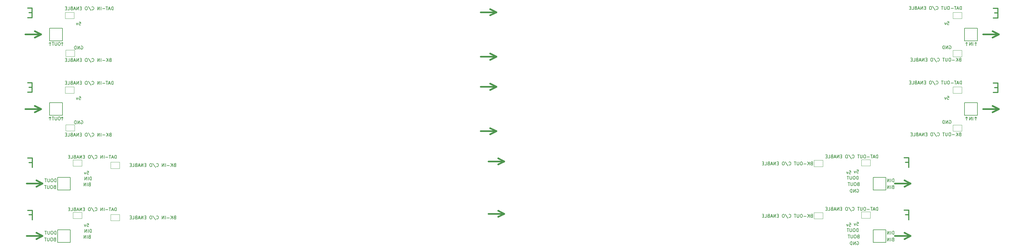
<source format=gbr>
G04 #@! TF.GenerationSoftware,KiCad,Pcbnew,(5.1.0-0)*
G04 #@! TF.CreationDate,2019-04-23T10:34:18-07:00*
G04 #@! TF.ProjectId,TestPanel1,54657374-5061-46e6-956c-312e6b696361,rev?*
G04 #@! TF.SameCoordinates,Original*
G04 #@! TF.FileFunction,Legend,Bot*
G04 #@! TF.FilePolarity,Positive*
%FSLAX46Y46*%
G04 Gerber Fmt 4.6, Leading zero omitted, Abs format (unit mm)*
G04 Created by KiCad (PCBNEW (5.1.0-0)) date 2019-04-23 10:34:18*
%MOMM*%
%LPD*%
G04 APERTURE LIST*
%ADD10C,0.150000*%
%ADD11C,0.500000*%
%ADD12C,0.300000*%
%ADD13C,0.180000*%
%ADD14C,0.120000*%
G04 APERTURE END LIST*
D10*
X329660013Y-205474000D02*
X329660013Y-201474000D01*
X333660013Y-205474000D02*
X329660013Y-205474000D01*
X329660013Y-201474000D02*
X333660013Y-201474000D01*
X333660013Y-201474000D02*
X333660013Y-205474000D01*
D11*
X66510000Y-204474000D02*
X68510000Y-203474000D01*
X66510000Y-202474000D02*
X68510000Y-203474000D01*
X63510000Y-203474000D02*
X68510000Y-203474000D01*
X339460013Y-202474000D02*
X341460013Y-203474000D01*
X336460013Y-203474000D02*
X341460013Y-203474000D01*
X339460013Y-204474000D02*
X341460013Y-203474000D01*
X211710000Y-197474000D02*
X213710000Y-196474000D01*
X208710000Y-196474000D02*
X213710000Y-196474000D01*
X211710000Y-195474000D02*
X213710000Y-196474000D01*
D10*
X73210000Y-205474000D02*
X73210000Y-201474000D01*
X77210000Y-205474000D02*
X73210000Y-205474000D01*
X77210000Y-201474000D02*
X77210000Y-205474000D01*
X73210000Y-201474000D02*
X77210000Y-201474000D01*
X336174404Y-202926380D02*
X336174404Y-201926380D01*
X335936309Y-201926380D01*
X335793452Y-201974000D01*
X335698214Y-202069238D01*
X335650595Y-202164476D01*
X335602976Y-202354952D01*
X335602976Y-202497809D01*
X335650595Y-202688285D01*
X335698214Y-202783523D01*
X335793452Y-202878761D01*
X335936309Y-202926380D01*
X336174404Y-202926380D01*
X335174404Y-202926380D02*
X335174404Y-201926380D01*
X334698214Y-202926380D02*
X334698214Y-201926380D01*
X334126785Y-202926380D01*
X334126785Y-201926380D01*
X331124404Y-195426380D02*
X331124404Y-194426380D01*
X330886309Y-194426380D01*
X330743452Y-194474000D01*
X330648214Y-194569238D01*
X330600595Y-194664476D01*
X330552976Y-194854952D01*
X330552976Y-194997809D01*
X330600595Y-195188285D01*
X330648214Y-195283523D01*
X330743452Y-195378761D01*
X330886309Y-195426380D01*
X331124404Y-195426380D01*
X330172023Y-195140666D02*
X329695833Y-195140666D01*
X330267261Y-195426380D02*
X329933928Y-194426380D01*
X329600595Y-195426380D01*
X329410119Y-194426380D02*
X328838690Y-194426380D01*
X329124404Y-195426380D02*
X329124404Y-194426380D01*
X328505357Y-195045428D02*
X327743452Y-195045428D01*
X327076785Y-194426380D02*
X326886309Y-194426380D01*
X326791071Y-194474000D01*
X326695833Y-194569238D01*
X326648214Y-194759714D01*
X326648214Y-195093047D01*
X326695833Y-195283523D01*
X326791071Y-195378761D01*
X326886309Y-195426380D01*
X327076785Y-195426380D01*
X327172023Y-195378761D01*
X327267261Y-195283523D01*
X327314880Y-195093047D01*
X327314880Y-194759714D01*
X327267261Y-194569238D01*
X327172023Y-194474000D01*
X327076785Y-194426380D01*
X326219642Y-194426380D02*
X326219642Y-195235904D01*
X326172023Y-195331142D01*
X326124404Y-195378761D01*
X326029166Y-195426380D01*
X325838690Y-195426380D01*
X325743452Y-195378761D01*
X325695833Y-195331142D01*
X325648214Y-195235904D01*
X325648214Y-194426380D01*
X325314880Y-194426380D02*
X324743452Y-194426380D01*
X325029166Y-195426380D02*
X325029166Y-194426380D01*
X323076785Y-195331142D02*
X323124404Y-195378761D01*
X323267261Y-195426380D01*
X323362500Y-195426380D01*
X323505357Y-195378761D01*
X323600595Y-195283523D01*
X323648214Y-195188285D01*
X323695833Y-194997809D01*
X323695833Y-194854952D01*
X323648214Y-194664476D01*
X323600595Y-194569238D01*
X323505357Y-194474000D01*
X323362500Y-194426380D01*
X323267261Y-194426380D01*
X323124404Y-194474000D01*
X323076785Y-194521619D01*
X321933928Y-194378761D02*
X322791071Y-195664476D01*
X321410119Y-194426380D02*
X321219642Y-194426380D01*
X321124404Y-194474000D01*
X321029166Y-194569238D01*
X320981547Y-194759714D01*
X320981547Y-195093047D01*
X321029166Y-195283523D01*
X321124404Y-195378761D01*
X321219642Y-195426380D01*
X321410119Y-195426380D01*
X321505357Y-195378761D01*
X321600595Y-195283523D01*
X321648214Y-195093047D01*
X321648214Y-194759714D01*
X321600595Y-194569238D01*
X321505357Y-194474000D01*
X321410119Y-194426380D01*
X319791071Y-194902571D02*
X319457738Y-194902571D01*
X319314880Y-195426380D02*
X319791071Y-195426380D01*
X319791071Y-194426380D01*
X319314880Y-194426380D01*
X318886309Y-195426380D02*
X318886309Y-194426380D01*
X318314880Y-195426380D01*
X318314880Y-194426380D01*
X317886309Y-195140666D02*
X317410119Y-195140666D01*
X317981547Y-195426380D02*
X317648214Y-194426380D01*
X317314880Y-195426380D01*
X316648214Y-194902571D02*
X316505357Y-194950190D01*
X316457738Y-194997809D01*
X316410119Y-195093047D01*
X316410119Y-195235904D01*
X316457738Y-195331142D01*
X316505357Y-195378761D01*
X316600595Y-195426380D01*
X316981547Y-195426380D01*
X316981547Y-194426380D01*
X316648214Y-194426380D01*
X316552976Y-194474000D01*
X316505357Y-194521619D01*
X316457738Y-194616857D01*
X316457738Y-194712095D01*
X316505357Y-194807333D01*
X316552976Y-194854952D01*
X316648214Y-194902571D01*
X316981547Y-194902571D01*
X315505357Y-195426380D02*
X315981547Y-195426380D01*
X315981547Y-194426380D01*
X315172023Y-194902571D02*
X314838690Y-194902571D01*
X314695833Y-195426380D02*
X315172023Y-195426380D01*
X315172023Y-194426380D01*
X314695833Y-194426380D01*
D12*
X339849108Y-196785714D02*
X340849108Y-196785714D01*
X340849108Y-198357142D02*
X340849108Y-195357142D01*
X339420537Y-195357142D01*
D10*
X82452857Y-199526380D02*
X82929047Y-199526380D01*
X82976666Y-200002571D01*
X82929047Y-199954952D01*
X82833809Y-199907333D01*
X82595714Y-199907333D01*
X82500476Y-199954952D01*
X82452857Y-200002571D01*
X82405238Y-200097809D01*
X82405238Y-200335904D01*
X82452857Y-200431142D01*
X82500476Y-200478761D01*
X82595714Y-200526380D01*
X82833809Y-200526380D01*
X82929047Y-200478761D01*
X82976666Y-200431142D01*
X82071904Y-199859714D02*
X81833809Y-200526380D01*
X81595714Y-199859714D01*
D13*
X324527000Y-199126380D02*
X325003190Y-199126380D01*
X325050809Y-199602571D01*
X325003190Y-199554952D01*
X324907952Y-199507333D01*
X324669857Y-199507333D01*
X324574619Y-199554952D01*
X324527000Y-199602571D01*
X324479380Y-199697809D01*
X324479380Y-199935904D01*
X324527000Y-200031142D01*
X324574619Y-200078761D01*
X324669857Y-200126380D01*
X324907952Y-200126380D01*
X325003190Y-200078761D01*
X325050809Y-200031142D01*
X324146047Y-199459714D02*
X323907952Y-200126380D01*
X323669857Y-199459714D01*
X324512714Y-205274000D02*
X324607952Y-205226380D01*
X324750809Y-205226380D01*
X324893666Y-205274000D01*
X324988904Y-205369238D01*
X325036523Y-205464476D01*
X325084142Y-205654952D01*
X325084142Y-205797809D01*
X325036523Y-205988285D01*
X324988904Y-206083523D01*
X324893666Y-206178761D01*
X324750809Y-206226380D01*
X324655571Y-206226380D01*
X324512714Y-206178761D01*
X324465095Y-206131142D01*
X324465095Y-205797809D01*
X324655571Y-205797809D01*
X324036523Y-206226380D02*
X324036523Y-205226380D01*
X323465095Y-206226380D01*
X323465095Y-205226380D01*
X322988904Y-206226380D02*
X322988904Y-205226380D01*
X322750809Y-205226380D01*
X322607952Y-205274000D01*
X322512714Y-205369238D01*
X322465095Y-205464476D01*
X322417476Y-205654952D01*
X322417476Y-205797809D01*
X322465095Y-205988285D01*
X322512714Y-206083523D01*
X322607952Y-206178761D01*
X322750809Y-206226380D01*
X322988904Y-206226380D01*
X324912714Y-203602571D02*
X324769857Y-203650190D01*
X324722238Y-203697809D01*
X324674619Y-203793047D01*
X324674619Y-203935904D01*
X324722238Y-204031142D01*
X324769857Y-204078761D01*
X324865095Y-204126380D01*
X325246047Y-204126380D01*
X325246047Y-203126380D01*
X324912714Y-203126380D01*
X324817476Y-203174000D01*
X324769857Y-203221619D01*
X324722238Y-203316857D01*
X324722238Y-203412095D01*
X324769857Y-203507333D01*
X324817476Y-203554952D01*
X324912714Y-203602571D01*
X325246047Y-203602571D01*
X324055571Y-203126380D02*
X323865095Y-203126380D01*
X323769857Y-203174000D01*
X323674619Y-203269238D01*
X323627000Y-203459714D01*
X323627000Y-203793047D01*
X323674619Y-203983523D01*
X323769857Y-204078761D01*
X323865095Y-204126380D01*
X324055571Y-204126380D01*
X324150809Y-204078761D01*
X324246047Y-203983523D01*
X324293666Y-203793047D01*
X324293666Y-203459714D01*
X324246047Y-203269238D01*
X324150809Y-203174000D01*
X324055571Y-203126380D01*
X323198428Y-203126380D02*
X323198428Y-203935904D01*
X323150809Y-204031142D01*
X323103190Y-204078761D01*
X323007952Y-204126380D01*
X322817476Y-204126380D01*
X322722238Y-204078761D01*
X322674619Y-204031142D01*
X322627000Y-203935904D01*
X322627000Y-203126380D01*
X322293666Y-203126380D02*
X321722238Y-203126380D01*
X322007952Y-204126380D02*
X322007952Y-203126380D01*
D10*
X83200476Y-203702571D02*
X83057619Y-203750190D01*
X83010000Y-203797809D01*
X82962380Y-203893047D01*
X82962380Y-204035904D01*
X83010000Y-204131142D01*
X83057619Y-204178761D01*
X83152857Y-204226380D01*
X83533809Y-204226380D01*
X83533809Y-203226380D01*
X83200476Y-203226380D01*
X83105238Y-203274000D01*
X83057619Y-203321619D01*
X83010000Y-203416857D01*
X83010000Y-203512095D01*
X83057619Y-203607333D01*
X83105238Y-203654952D01*
X83200476Y-203702571D01*
X83533809Y-203702571D01*
X82533809Y-204226380D02*
X82533809Y-203226380D01*
X82057619Y-204226380D02*
X82057619Y-203226380D01*
X81486190Y-204226380D01*
X81486190Y-203226380D01*
X110041071Y-197602571D02*
X109898214Y-197650190D01*
X109850595Y-197697809D01*
X109802976Y-197793047D01*
X109802976Y-197935904D01*
X109850595Y-198031142D01*
X109898214Y-198078761D01*
X109993452Y-198126380D01*
X110374404Y-198126380D01*
X110374404Y-197126380D01*
X110041071Y-197126380D01*
X109945833Y-197174000D01*
X109898214Y-197221619D01*
X109850595Y-197316857D01*
X109850595Y-197412095D01*
X109898214Y-197507333D01*
X109945833Y-197554952D01*
X110041071Y-197602571D01*
X110374404Y-197602571D01*
X109374404Y-198126380D02*
X109374404Y-197126380D01*
X108802976Y-198126380D02*
X109231547Y-197554952D01*
X108802976Y-197126380D02*
X109374404Y-197697809D01*
X108374404Y-197745428D02*
X107612500Y-197745428D01*
X107136309Y-198126380D02*
X107136309Y-197126380D01*
X106660119Y-198126380D02*
X106660119Y-197126380D01*
X106088690Y-198126380D01*
X106088690Y-197126380D01*
X104279166Y-198031142D02*
X104326785Y-198078761D01*
X104469642Y-198126380D01*
X104564880Y-198126380D01*
X104707738Y-198078761D01*
X104802976Y-197983523D01*
X104850595Y-197888285D01*
X104898214Y-197697809D01*
X104898214Y-197554952D01*
X104850595Y-197364476D01*
X104802976Y-197269238D01*
X104707738Y-197174000D01*
X104564880Y-197126380D01*
X104469642Y-197126380D01*
X104326785Y-197174000D01*
X104279166Y-197221619D01*
X103136309Y-197078761D02*
X103993452Y-198364476D01*
X102612500Y-197126380D02*
X102422023Y-197126380D01*
X102326785Y-197174000D01*
X102231547Y-197269238D01*
X102183928Y-197459714D01*
X102183928Y-197793047D01*
X102231547Y-197983523D01*
X102326785Y-198078761D01*
X102422023Y-198126380D01*
X102612500Y-198126380D01*
X102707738Y-198078761D01*
X102802976Y-197983523D01*
X102850595Y-197793047D01*
X102850595Y-197459714D01*
X102802976Y-197269238D01*
X102707738Y-197174000D01*
X102612500Y-197126380D01*
X100993452Y-197602571D02*
X100660119Y-197602571D01*
X100517261Y-198126380D02*
X100993452Y-198126380D01*
X100993452Y-197126380D01*
X100517261Y-197126380D01*
X100088690Y-198126380D02*
X100088690Y-197126380D01*
X99517261Y-198126380D01*
X99517261Y-197126380D01*
X99088690Y-197840666D02*
X98612500Y-197840666D01*
X99183928Y-198126380D02*
X98850595Y-197126380D01*
X98517261Y-198126380D01*
X97850595Y-197602571D02*
X97707738Y-197650190D01*
X97660119Y-197697809D01*
X97612500Y-197793047D01*
X97612500Y-197935904D01*
X97660119Y-198031142D01*
X97707738Y-198078761D01*
X97802976Y-198126380D01*
X98183928Y-198126380D01*
X98183928Y-197126380D01*
X97850595Y-197126380D01*
X97755357Y-197174000D01*
X97707738Y-197221619D01*
X97660119Y-197316857D01*
X97660119Y-197412095D01*
X97707738Y-197507333D01*
X97755357Y-197554952D01*
X97850595Y-197602571D01*
X98183928Y-197602571D01*
X96707738Y-198126380D02*
X97183928Y-198126380D01*
X97183928Y-197126380D01*
X96374404Y-197602571D02*
X96041071Y-197602571D01*
X95898214Y-198126380D02*
X96374404Y-198126380D01*
X96374404Y-197126380D01*
X95898214Y-197126380D01*
D12*
X64235428Y-196808714D02*
X65235428Y-196808714D01*
X65235428Y-198380142D02*
X65235428Y-195380142D01*
X63806857Y-195380142D01*
D10*
X91674404Y-195526380D02*
X91674404Y-194526380D01*
X91436309Y-194526380D01*
X91293452Y-194574000D01*
X91198214Y-194669238D01*
X91150595Y-194764476D01*
X91102976Y-194954952D01*
X91102976Y-195097809D01*
X91150595Y-195288285D01*
X91198214Y-195383523D01*
X91293452Y-195478761D01*
X91436309Y-195526380D01*
X91674404Y-195526380D01*
X90722023Y-195240666D02*
X90245833Y-195240666D01*
X90817261Y-195526380D02*
X90483928Y-194526380D01*
X90150595Y-195526380D01*
X89960119Y-194526380D02*
X89388690Y-194526380D01*
X89674404Y-195526380D02*
X89674404Y-194526380D01*
X89055357Y-195145428D02*
X88293452Y-195145428D01*
X87817261Y-195526380D02*
X87817261Y-194526380D01*
X87341071Y-195526380D02*
X87341071Y-194526380D01*
X86769642Y-195526380D01*
X86769642Y-194526380D01*
X84960119Y-195431142D02*
X85007738Y-195478761D01*
X85150595Y-195526380D01*
X85245833Y-195526380D01*
X85388690Y-195478761D01*
X85483928Y-195383523D01*
X85531547Y-195288285D01*
X85579166Y-195097809D01*
X85579166Y-194954952D01*
X85531547Y-194764476D01*
X85483928Y-194669238D01*
X85388690Y-194574000D01*
X85245833Y-194526380D01*
X85150595Y-194526380D01*
X85007738Y-194574000D01*
X84960119Y-194621619D01*
X83817261Y-194478761D02*
X84674404Y-195764476D01*
X83293452Y-194526380D02*
X83102976Y-194526380D01*
X83007738Y-194574000D01*
X82912500Y-194669238D01*
X82864880Y-194859714D01*
X82864880Y-195193047D01*
X82912500Y-195383523D01*
X83007738Y-195478761D01*
X83102976Y-195526380D01*
X83293452Y-195526380D01*
X83388690Y-195478761D01*
X83483928Y-195383523D01*
X83531547Y-195193047D01*
X83531547Y-194859714D01*
X83483928Y-194669238D01*
X83388690Y-194574000D01*
X83293452Y-194526380D01*
X81674404Y-195002571D02*
X81341071Y-195002571D01*
X81198214Y-195526380D02*
X81674404Y-195526380D01*
X81674404Y-194526380D01*
X81198214Y-194526380D01*
X80769642Y-195526380D02*
X80769642Y-194526380D01*
X80198214Y-195526380D01*
X80198214Y-194526380D01*
X79769642Y-195240666D02*
X79293452Y-195240666D01*
X79864880Y-195526380D02*
X79531547Y-194526380D01*
X79198214Y-195526380D01*
X78531547Y-195002571D02*
X78388690Y-195050190D01*
X78341071Y-195097809D01*
X78293452Y-195193047D01*
X78293452Y-195335904D01*
X78341071Y-195431142D01*
X78388690Y-195478761D01*
X78483928Y-195526380D01*
X78864880Y-195526380D01*
X78864880Y-194526380D01*
X78531547Y-194526380D01*
X78436309Y-194574000D01*
X78388690Y-194621619D01*
X78341071Y-194716857D01*
X78341071Y-194812095D01*
X78388690Y-194907333D01*
X78436309Y-194954952D01*
X78531547Y-195002571D01*
X78864880Y-195002571D01*
X77388690Y-195526380D02*
X77864880Y-195526380D01*
X77864880Y-194526380D01*
X77055357Y-195002571D02*
X76722023Y-195002571D01*
X76579166Y-195526380D02*
X77055357Y-195526380D01*
X77055357Y-194526380D01*
X76579166Y-194526380D01*
X83833809Y-202326380D02*
X83833809Y-201326380D01*
X83595714Y-201326380D01*
X83452857Y-201374000D01*
X83357619Y-201469238D01*
X83310000Y-201564476D01*
X83262380Y-201754952D01*
X83262380Y-201897809D01*
X83310000Y-202088285D01*
X83357619Y-202183523D01*
X83452857Y-202278761D01*
X83595714Y-202326380D01*
X83833809Y-202326380D01*
X82833809Y-202326380D02*
X82833809Y-201326380D01*
X82357619Y-202326380D02*
X82357619Y-201326380D01*
X81786190Y-202326380D01*
X81786190Y-201326380D01*
X335841071Y-204502571D02*
X335698214Y-204550190D01*
X335650595Y-204597809D01*
X335602976Y-204693047D01*
X335602976Y-204835904D01*
X335650595Y-204931142D01*
X335698214Y-204978761D01*
X335793452Y-205026380D01*
X336174404Y-205026380D01*
X336174404Y-204026380D01*
X335841071Y-204026380D01*
X335745833Y-204074000D01*
X335698214Y-204121619D01*
X335650595Y-204216857D01*
X335650595Y-204312095D01*
X335698214Y-204407333D01*
X335745833Y-204454952D01*
X335841071Y-204502571D01*
X336174404Y-204502571D01*
X335174404Y-205026380D02*
X335174404Y-204026380D01*
X334698214Y-205026380D02*
X334698214Y-204026380D01*
X334126785Y-205026380D01*
X334126785Y-204026380D01*
X322119537Y-199426380D02*
X322595727Y-199426380D01*
X322643346Y-199902571D01*
X322595727Y-199854952D01*
X322500489Y-199807333D01*
X322262394Y-199807333D01*
X322167156Y-199854952D01*
X322119537Y-199902571D01*
X322071918Y-199997809D01*
X322071918Y-200235904D01*
X322119537Y-200331142D01*
X322167156Y-200378761D01*
X322262394Y-200426380D01*
X322500489Y-200426380D01*
X322595727Y-200378761D01*
X322643346Y-200331142D01*
X321738584Y-199759714D02*
X321500489Y-200426380D01*
X321262394Y-199759714D01*
D13*
X324946047Y-202126380D02*
X324946047Y-201126380D01*
X324707952Y-201126380D01*
X324565095Y-201174000D01*
X324469857Y-201269238D01*
X324422238Y-201364476D01*
X324374619Y-201554952D01*
X324374619Y-201697809D01*
X324422238Y-201888285D01*
X324469857Y-201983523D01*
X324565095Y-202078761D01*
X324707952Y-202126380D01*
X324946047Y-202126380D01*
X323755571Y-201126380D02*
X323565095Y-201126380D01*
X323469857Y-201174000D01*
X323374619Y-201269238D01*
X323327000Y-201459714D01*
X323327000Y-201793047D01*
X323374619Y-201983523D01*
X323469857Y-202078761D01*
X323565095Y-202126380D01*
X323755571Y-202126380D01*
X323850809Y-202078761D01*
X323946047Y-201983523D01*
X323993666Y-201793047D01*
X323993666Y-201459714D01*
X323946047Y-201269238D01*
X323850809Y-201174000D01*
X323755571Y-201126380D01*
X322898428Y-201126380D02*
X322898428Y-201935904D01*
X322850809Y-202031142D01*
X322803190Y-202078761D01*
X322707952Y-202126380D01*
X322517476Y-202126380D01*
X322422238Y-202078761D01*
X322374619Y-202031142D01*
X322327000Y-201935904D01*
X322327000Y-201126380D01*
X321993666Y-201126380D02*
X321422238Y-201126380D01*
X321707952Y-202126380D02*
X321707952Y-201126380D01*
D10*
X72700476Y-202926380D02*
X72700476Y-201926380D01*
X72462380Y-201926380D01*
X72319523Y-201974000D01*
X72224285Y-202069238D01*
X72176666Y-202164476D01*
X72129047Y-202354952D01*
X72129047Y-202497809D01*
X72176666Y-202688285D01*
X72224285Y-202783523D01*
X72319523Y-202878761D01*
X72462380Y-202926380D01*
X72700476Y-202926380D01*
X71510000Y-201926380D02*
X71319523Y-201926380D01*
X71224285Y-201974000D01*
X71129047Y-202069238D01*
X71081428Y-202259714D01*
X71081428Y-202593047D01*
X71129047Y-202783523D01*
X71224285Y-202878761D01*
X71319523Y-202926380D01*
X71510000Y-202926380D01*
X71605238Y-202878761D01*
X71700476Y-202783523D01*
X71748095Y-202593047D01*
X71748095Y-202259714D01*
X71700476Y-202069238D01*
X71605238Y-201974000D01*
X71510000Y-201926380D01*
X70652857Y-201926380D02*
X70652857Y-202735904D01*
X70605238Y-202831142D01*
X70557619Y-202878761D01*
X70462380Y-202926380D01*
X70271904Y-202926380D01*
X70176666Y-202878761D01*
X70129047Y-202831142D01*
X70081428Y-202735904D01*
X70081428Y-201926380D01*
X69748095Y-201926380D02*
X69176666Y-201926380D01*
X69462380Y-202926380D02*
X69462380Y-201926380D01*
X72267142Y-204502571D02*
X72124285Y-204550190D01*
X72076666Y-204597809D01*
X72029047Y-204693047D01*
X72029047Y-204835904D01*
X72076666Y-204931142D01*
X72124285Y-204978761D01*
X72219523Y-205026380D01*
X72600476Y-205026380D01*
X72600476Y-204026380D01*
X72267142Y-204026380D01*
X72171904Y-204074000D01*
X72124285Y-204121619D01*
X72076666Y-204216857D01*
X72076666Y-204312095D01*
X72124285Y-204407333D01*
X72171904Y-204454952D01*
X72267142Y-204502571D01*
X72600476Y-204502571D01*
X71410000Y-204026380D02*
X71219523Y-204026380D01*
X71124285Y-204074000D01*
X71029047Y-204169238D01*
X70981428Y-204359714D01*
X70981428Y-204693047D01*
X71029047Y-204883523D01*
X71124285Y-204978761D01*
X71219523Y-205026380D01*
X71410000Y-205026380D01*
X71505238Y-204978761D01*
X71600476Y-204883523D01*
X71648095Y-204693047D01*
X71648095Y-204359714D01*
X71600476Y-204169238D01*
X71505238Y-204074000D01*
X71410000Y-204026380D01*
X70552857Y-204026380D02*
X70552857Y-204835904D01*
X70505238Y-204931142D01*
X70457619Y-204978761D01*
X70362380Y-205026380D01*
X70171904Y-205026380D01*
X70076666Y-204978761D01*
X70029047Y-204931142D01*
X69981428Y-204835904D01*
X69981428Y-204026380D01*
X69648095Y-204026380D02*
X69076666Y-204026380D01*
X69362380Y-205026380D02*
X69362380Y-204026380D01*
X310241071Y-197102571D02*
X310098214Y-197150190D01*
X310050595Y-197197809D01*
X310002976Y-197293047D01*
X310002976Y-197435904D01*
X310050595Y-197531142D01*
X310098214Y-197578761D01*
X310193452Y-197626380D01*
X310574404Y-197626380D01*
X310574404Y-196626380D01*
X310241071Y-196626380D01*
X310145833Y-196674000D01*
X310098214Y-196721619D01*
X310050595Y-196816857D01*
X310050595Y-196912095D01*
X310098214Y-197007333D01*
X310145833Y-197054952D01*
X310241071Y-197102571D01*
X310574404Y-197102571D01*
X309574404Y-197626380D02*
X309574404Y-196626380D01*
X309002976Y-197626380D02*
X309431547Y-197054952D01*
X309002976Y-196626380D02*
X309574404Y-197197809D01*
X308574404Y-197245428D02*
X307812500Y-197245428D01*
X307145833Y-196626380D02*
X306955357Y-196626380D01*
X306860119Y-196674000D01*
X306764880Y-196769238D01*
X306717261Y-196959714D01*
X306717261Y-197293047D01*
X306764880Y-197483523D01*
X306860119Y-197578761D01*
X306955357Y-197626380D01*
X307145833Y-197626380D01*
X307241071Y-197578761D01*
X307336309Y-197483523D01*
X307383928Y-197293047D01*
X307383928Y-196959714D01*
X307336309Y-196769238D01*
X307241071Y-196674000D01*
X307145833Y-196626380D01*
X306288690Y-196626380D02*
X306288690Y-197435904D01*
X306241071Y-197531142D01*
X306193452Y-197578761D01*
X306098214Y-197626380D01*
X305907738Y-197626380D01*
X305812500Y-197578761D01*
X305764880Y-197531142D01*
X305717261Y-197435904D01*
X305717261Y-196626380D01*
X305383928Y-196626380D02*
X304812500Y-196626380D01*
X305098214Y-197626380D02*
X305098214Y-196626380D01*
X303145833Y-197531142D02*
X303193452Y-197578761D01*
X303336309Y-197626380D01*
X303431547Y-197626380D01*
X303574404Y-197578761D01*
X303669642Y-197483523D01*
X303717261Y-197388285D01*
X303764880Y-197197809D01*
X303764880Y-197054952D01*
X303717261Y-196864476D01*
X303669642Y-196769238D01*
X303574404Y-196674000D01*
X303431547Y-196626380D01*
X303336309Y-196626380D01*
X303193452Y-196674000D01*
X303145833Y-196721619D01*
X302002976Y-196578761D02*
X302860119Y-197864476D01*
X301479166Y-196626380D02*
X301288690Y-196626380D01*
X301193452Y-196674000D01*
X301098214Y-196769238D01*
X301050595Y-196959714D01*
X301050595Y-197293047D01*
X301098214Y-197483523D01*
X301193452Y-197578761D01*
X301288690Y-197626380D01*
X301479166Y-197626380D01*
X301574404Y-197578761D01*
X301669642Y-197483523D01*
X301717261Y-197293047D01*
X301717261Y-196959714D01*
X301669642Y-196769238D01*
X301574404Y-196674000D01*
X301479166Y-196626380D01*
X299860119Y-197102571D02*
X299526785Y-197102571D01*
X299383928Y-197626380D02*
X299860119Y-197626380D01*
X299860119Y-196626380D01*
X299383928Y-196626380D01*
X298955357Y-197626380D02*
X298955357Y-196626380D01*
X298383928Y-197626380D01*
X298383928Y-196626380D01*
X297955357Y-197340666D02*
X297479166Y-197340666D01*
X298050595Y-197626380D02*
X297717261Y-196626380D01*
X297383928Y-197626380D01*
X296717261Y-197102571D02*
X296574404Y-197150190D01*
X296526785Y-197197809D01*
X296479166Y-197293047D01*
X296479166Y-197435904D01*
X296526785Y-197531142D01*
X296574404Y-197578761D01*
X296669642Y-197626380D01*
X297050595Y-197626380D01*
X297050595Y-196626380D01*
X296717261Y-196626380D01*
X296622023Y-196674000D01*
X296574404Y-196721619D01*
X296526785Y-196816857D01*
X296526785Y-196912095D01*
X296574404Y-197007333D01*
X296622023Y-197054952D01*
X296717261Y-197102571D01*
X297050595Y-197102571D01*
X295574404Y-197626380D02*
X296050595Y-197626380D01*
X296050595Y-196626380D01*
X295241071Y-197102571D02*
X294907738Y-197102571D01*
X294764880Y-197626380D02*
X295241071Y-197626380D01*
X295241071Y-196626380D01*
X294764880Y-196626380D01*
X358410000Y-141974000D02*
X358410000Y-137974000D01*
X362410000Y-141974000D02*
X358410000Y-141974000D01*
X358410000Y-137974000D02*
X362410000Y-137974000D01*
X362410000Y-137974000D02*
X362410000Y-141974000D01*
X359010000Y-142474000D02*
X358710000Y-142774000D01*
X359010000Y-143474000D02*
X359010000Y-142474000D01*
X359010000Y-142474000D02*
X359310000Y-142774000D01*
X361910000Y-143474000D02*
X361910000Y-142474000D01*
X361910000Y-142474000D02*
X362210000Y-142774000D01*
X361910000Y-142474000D02*
X361610000Y-142774000D01*
D11*
X66010000Y-140974000D02*
X68010000Y-139974000D01*
X66010000Y-138974000D02*
X68010000Y-139974000D01*
X63010000Y-139974000D02*
X68010000Y-139974000D01*
X367210000Y-138974000D02*
X369210000Y-139974000D01*
X364210000Y-139974000D02*
X369210000Y-139974000D01*
X367210000Y-140974000D02*
X369210000Y-139974000D01*
X209210000Y-147974000D02*
X211210000Y-146974000D01*
X206210000Y-146974000D02*
X211210000Y-146974000D01*
X209210000Y-145974000D02*
X211210000Y-146974000D01*
X209210000Y-133974000D02*
X211210000Y-132974000D01*
X206210000Y-132974000D02*
X211210000Y-132974000D01*
X209210000Y-131974000D02*
X211210000Y-132974000D01*
D10*
X70710000Y-141974000D02*
X70710000Y-137974000D01*
X74710000Y-141974000D02*
X70710000Y-141974000D01*
X74710000Y-137974000D02*
X74710000Y-141974000D01*
X70710000Y-137974000D02*
X74710000Y-137974000D01*
X74610000Y-143474000D02*
X74610000Y-142474000D01*
X74610000Y-142474000D02*
X74310000Y-142774000D01*
X74610000Y-142474000D02*
X74910000Y-142774000D01*
X70810000Y-142474000D02*
X71110000Y-142774000D01*
X70810000Y-142474000D02*
X70510000Y-142774000D01*
X70810000Y-143474000D02*
X70810000Y-142474000D01*
X73793289Y-142426380D02*
X73602812Y-142426380D01*
X73507574Y-142474000D01*
X73412336Y-142569238D01*
X73364717Y-142759714D01*
X73364717Y-143093047D01*
X73412336Y-143283523D01*
X73507574Y-143378761D01*
X73602812Y-143426380D01*
X73793289Y-143426380D01*
X73888527Y-143378761D01*
X73983765Y-143283523D01*
X74031384Y-143093047D01*
X74031384Y-142759714D01*
X73983765Y-142569238D01*
X73888527Y-142474000D01*
X73793289Y-142426380D01*
X72936146Y-142426380D02*
X72936146Y-143235904D01*
X72888527Y-143331142D01*
X72840908Y-143378761D01*
X72745669Y-143426380D01*
X72555193Y-143426380D01*
X72459955Y-143378761D01*
X72412336Y-143331142D01*
X72364717Y-143235904D01*
X72364717Y-142426380D01*
X72031384Y-142426380D02*
X71459955Y-142426380D01*
X71745669Y-143426380D02*
X71745669Y-142426380D01*
X79952857Y-136026380D02*
X80429047Y-136026380D01*
X80476666Y-136502571D01*
X80429047Y-136454952D01*
X80333809Y-136407333D01*
X80095714Y-136407333D01*
X80000476Y-136454952D01*
X79952857Y-136502571D01*
X79905238Y-136597809D01*
X79905238Y-136835904D01*
X79952857Y-136931142D01*
X80000476Y-136978761D01*
X80095714Y-137026380D01*
X80333809Y-137026380D01*
X80429047Y-136978761D01*
X80476666Y-136931142D01*
X79571904Y-136359714D02*
X79333809Y-137026380D01*
X79095714Y-136359714D01*
X80571904Y-143674000D02*
X80667142Y-143626380D01*
X80810000Y-143626380D01*
X80952857Y-143674000D01*
X81048095Y-143769238D01*
X81095714Y-143864476D01*
X81143333Y-144054952D01*
X81143333Y-144197809D01*
X81095714Y-144388285D01*
X81048095Y-144483523D01*
X80952857Y-144578761D01*
X80810000Y-144626380D01*
X80714761Y-144626380D01*
X80571904Y-144578761D01*
X80524285Y-144531142D01*
X80524285Y-144197809D01*
X80714761Y-144197809D01*
X80095714Y-144626380D02*
X80095714Y-143626380D01*
X79524285Y-144626380D01*
X79524285Y-143626380D01*
X79048095Y-144626380D02*
X79048095Y-143626380D01*
X78810000Y-143626380D01*
X78667142Y-143674000D01*
X78571904Y-143769238D01*
X78524285Y-143864476D01*
X78476666Y-144054952D01*
X78476666Y-144197809D01*
X78524285Y-144388285D01*
X78571904Y-144483523D01*
X78667142Y-144578761D01*
X78810000Y-144626380D01*
X79048095Y-144626380D01*
X356941071Y-147902571D02*
X356798214Y-147950190D01*
X356750595Y-147997809D01*
X356702976Y-148093047D01*
X356702976Y-148235904D01*
X356750595Y-148331142D01*
X356798214Y-148378761D01*
X356893452Y-148426380D01*
X357274404Y-148426380D01*
X357274404Y-147426380D01*
X356941071Y-147426380D01*
X356845833Y-147474000D01*
X356798214Y-147521619D01*
X356750595Y-147616857D01*
X356750595Y-147712095D01*
X356798214Y-147807333D01*
X356845833Y-147854952D01*
X356941071Y-147902571D01*
X357274404Y-147902571D01*
X356274404Y-148426380D02*
X356274404Y-147426380D01*
X355702976Y-148426380D02*
X356131547Y-147854952D01*
X355702976Y-147426380D02*
X356274404Y-147997809D01*
X355274404Y-148045428D02*
X354512500Y-148045428D01*
X353845833Y-147426380D02*
X353655357Y-147426380D01*
X353560119Y-147474000D01*
X353464880Y-147569238D01*
X353417261Y-147759714D01*
X353417261Y-148093047D01*
X353464880Y-148283523D01*
X353560119Y-148378761D01*
X353655357Y-148426380D01*
X353845833Y-148426380D01*
X353941071Y-148378761D01*
X354036309Y-148283523D01*
X354083928Y-148093047D01*
X354083928Y-147759714D01*
X354036309Y-147569238D01*
X353941071Y-147474000D01*
X353845833Y-147426380D01*
X352988690Y-147426380D02*
X352988690Y-148235904D01*
X352941071Y-148331142D01*
X352893452Y-148378761D01*
X352798214Y-148426380D01*
X352607738Y-148426380D01*
X352512500Y-148378761D01*
X352464880Y-148331142D01*
X352417261Y-148235904D01*
X352417261Y-147426380D01*
X352083928Y-147426380D02*
X351512500Y-147426380D01*
X351798214Y-148426380D02*
X351798214Y-147426380D01*
X349845833Y-148331142D02*
X349893452Y-148378761D01*
X350036309Y-148426380D01*
X350131547Y-148426380D01*
X350274404Y-148378761D01*
X350369642Y-148283523D01*
X350417261Y-148188285D01*
X350464880Y-147997809D01*
X350464880Y-147854952D01*
X350417261Y-147664476D01*
X350369642Y-147569238D01*
X350274404Y-147474000D01*
X350131547Y-147426380D01*
X350036309Y-147426380D01*
X349893452Y-147474000D01*
X349845833Y-147521619D01*
X348702976Y-147378761D02*
X349560119Y-148664476D01*
X348179166Y-147426380D02*
X347988690Y-147426380D01*
X347893452Y-147474000D01*
X347798214Y-147569238D01*
X347750595Y-147759714D01*
X347750595Y-148093047D01*
X347798214Y-148283523D01*
X347893452Y-148378761D01*
X347988690Y-148426380D01*
X348179166Y-148426380D01*
X348274404Y-148378761D01*
X348369642Y-148283523D01*
X348417261Y-148093047D01*
X348417261Y-147759714D01*
X348369642Y-147569238D01*
X348274404Y-147474000D01*
X348179166Y-147426380D01*
X346560119Y-147902571D02*
X346226785Y-147902571D01*
X346083928Y-148426380D02*
X346560119Y-148426380D01*
X346560119Y-147426380D01*
X346083928Y-147426380D01*
X345655357Y-148426380D02*
X345655357Y-147426380D01*
X345083928Y-148426380D01*
X345083928Y-147426380D01*
X344655357Y-148140666D02*
X344179166Y-148140666D01*
X344750595Y-148426380D02*
X344417261Y-147426380D01*
X344083928Y-148426380D01*
X343417261Y-147902571D02*
X343274404Y-147950190D01*
X343226785Y-147997809D01*
X343179166Y-148093047D01*
X343179166Y-148235904D01*
X343226785Y-148331142D01*
X343274404Y-148378761D01*
X343369642Y-148426380D01*
X343750595Y-148426380D01*
X343750595Y-147426380D01*
X343417261Y-147426380D01*
X343322023Y-147474000D01*
X343274404Y-147521619D01*
X343226785Y-147616857D01*
X343226785Y-147712095D01*
X343274404Y-147807333D01*
X343322023Y-147854952D01*
X343417261Y-147902571D01*
X343750595Y-147902571D01*
X342274404Y-148426380D02*
X342750595Y-148426380D01*
X342750595Y-147426380D01*
X341941071Y-147902571D02*
X341607738Y-147902571D01*
X341464880Y-148426380D02*
X341941071Y-148426380D01*
X341941071Y-147426380D01*
X341464880Y-147426380D01*
X90693452Y-132226380D02*
X90693452Y-131226380D01*
X90455357Y-131226380D01*
X90312500Y-131274000D01*
X90217262Y-131369238D01*
X90169643Y-131464476D01*
X90122024Y-131654952D01*
X90122024Y-131797809D01*
X90169643Y-131988285D01*
X90217262Y-132083523D01*
X90312500Y-132178761D01*
X90455357Y-132226380D01*
X90693452Y-132226380D01*
X89741071Y-131940666D02*
X89264881Y-131940666D01*
X89836309Y-132226380D02*
X89502976Y-131226380D01*
X89169643Y-132226380D01*
X88979167Y-131226380D02*
X88407738Y-131226380D01*
X88693452Y-132226380D02*
X88693452Y-131226380D01*
X88074405Y-131845428D02*
X87312500Y-131845428D01*
X86836309Y-132226380D02*
X86836309Y-131226380D01*
X86360119Y-132226380D02*
X86360119Y-131226380D01*
X85788690Y-132226380D01*
X85788690Y-131226380D01*
X83979167Y-132131142D02*
X84026786Y-132178761D01*
X84169643Y-132226380D01*
X84264881Y-132226380D01*
X84407738Y-132178761D01*
X84502976Y-132083523D01*
X84550595Y-131988285D01*
X84598214Y-131797809D01*
X84598214Y-131654952D01*
X84550595Y-131464476D01*
X84502976Y-131369238D01*
X84407738Y-131274000D01*
X84264881Y-131226380D01*
X84169643Y-131226380D01*
X84026786Y-131274000D01*
X83979167Y-131321619D01*
X82836309Y-131178761D02*
X83693452Y-132464476D01*
X82312500Y-131226380D02*
X82122024Y-131226380D01*
X82026786Y-131274000D01*
X81931548Y-131369238D01*
X81883928Y-131559714D01*
X81883928Y-131893047D01*
X81931548Y-132083523D01*
X82026786Y-132178761D01*
X82122024Y-132226380D01*
X82312500Y-132226380D01*
X82407738Y-132178761D01*
X82502976Y-132083523D01*
X82550595Y-131893047D01*
X82550595Y-131559714D01*
X82502976Y-131369238D01*
X82407738Y-131274000D01*
X82312500Y-131226380D01*
X80693452Y-131702571D02*
X80360119Y-131702571D01*
X80217262Y-132226380D02*
X80693452Y-132226380D01*
X80693452Y-131226380D01*
X80217262Y-131226380D01*
X79788690Y-132226380D02*
X79788690Y-131226380D01*
X79217262Y-132226380D01*
X79217262Y-131226380D01*
X78788690Y-131940666D02*
X78312500Y-131940666D01*
X78883928Y-132226380D02*
X78550595Y-131226380D01*
X78217262Y-132226380D01*
X77550595Y-131702571D02*
X77407738Y-131750190D01*
X77360119Y-131797809D01*
X77312500Y-131893047D01*
X77312500Y-132035904D01*
X77360119Y-132131142D01*
X77407738Y-132178761D01*
X77502976Y-132226380D01*
X77883928Y-132226380D01*
X77883928Y-131226380D01*
X77550595Y-131226380D01*
X77455357Y-131274000D01*
X77407738Y-131321619D01*
X77360119Y-131416857D01*
X77360119Y-131512095D01*
X77407738Y-131607333D01*
X77455357Y-131654952D01*
X77550595Y-131702571D01*
X77883928Y-131702571D01*
X76407738Y-132226380D02*
X76883928Y-132226380D01*
X76883928Y-131226380D01*
X76074405Y-131702571D02*
X75741071Y-131702571D01*
X75598214Y-132226380D02*
X76074405Y-132226380D01*
X76074405Y-131226380D01*
X75598214Y-131226380D01*
D12*
X368853857Y-133185714D02*
X367853857Y-133185714D01*
X367425285Y-134757142D02*
X368853857Y-134757142D01*
X368853857Y-131757142D01*
X367425285Y-131757142D01*
D10*
X89741071Y-148002571D02*
X89598214Y-148050190D01*
X89550595Y-148097809D01*
X89502976Y-148193047D01*
X89502976Y-148335904D01*
X89550595Y-148431142D01*
X89598214Y-148478761D01*
X89693452Y-148526380D01*
X90074404Y-148526380D01*
X90074404Y-147526380D01*
X89741071Y-147526380D01*
X89645833Y-147574000D01*
X89598214Y-147621619D01*
X89550595Y-147716857D01*
X89550595Y-147812095D01*
X89598214Y-147907333D01*
X89645833Y-147954952D01*
X89741071Y-148002571D01*
X90074404Y-148002571D01*
X89074404Y-148526380D02*
X89074404Y-147526380D01*
X88502976Y-148526380D02*
X88931547Y-147954952D01*
X88502976Y-147526380D02*
X89074404Y-148097809D01*
X88074404Y-148145428D02*
X87312500Y-148145428D01*
X86836309Y-148526380D02*
X86836309Y-147526380D01*
X86360119Y-148526380D02*
X86360119Y-147526380D01*
X85788690Y-148526380D01*
X85788690Y-147526380D01*
X83979166Y-148431142D02*
X84026785Y-148478761D01*
X84169642Y-148526380D01*
X84264880Y-148526380D01*
X84407738Y-148478761D01*
X84502976Y-148383523D01*
X84550595Y-148288285D01*
X84598214Y-148097809D01*
X84598214Y-147954952D01*
X84550595Y-147764476D01*
X84502976Y-147669238D01*
X84407738Y-147574000D01*
X84264880Y-147526380D01*
X84169642Y-147526380D01*
X84026785Y-147574000D01*
X83979166Y-147621619D01*
X82836309Y-147478761D02*
X83693452Y-148764476D01*
X82312500Y-147526380D02*
X82122023Y-147526380D01*
X82026785Y-147574000D01*
X81931547Y-147669238D01*
X81883928Y-147859714D01*
X81883928Y-148193047D01*
X81931547Y-148383523D01*
X82026785Y-148478761D01*
X82122023Y-148526380D01*
X82312500Y-148526380D01*
X82407738Y-148478761D01*
X82502976Y-148383523D01*
X82550595Y-148193047D01*
X82550595Y-147859714D01*
X82502976Y-147669238D01*
X82407738Y-147574000D01*
X82312500Y-147526380D01*
X80693452Y-148002571D02*
X80360119Y-148002571D01*
X80217261Y-148526380D02*
X80693452Y-148526380D01*
X80693452Y-147526380D01*
X80217261Y-147526380D01*
X79788690Y-148526380D02*
X79788690Y-147526380D01*
X79217261Y-148526380D01*
X79217261Y-147526380D01*
X78788690Y-148240666D02*
X78312500Y-148240666D01*
X78883928Y-148526380D02*
X78550595Y-147526380D01*
X78217261Y-148526380D01*
X77550595Y-148002571D02*
X77407738Y-148050190D01*
X77360119Y-148097809D01*
X77312500Y-148193047D01*
X77312500Y-148335904D01*
X77360119Y-148431142D01*
X77407738Y-148478761D01*
X77502976Y-148526380D01*
X77883928Y-148526380D01*
X77883928Y-147526380D01*
X77550595Y-147526380D01*
X77455357Y-147574000D01*
X77407738Y-147621619D01*
X77360119Y-147716857D01*
X77360119Y-147812095D01*
X77407738Y-147907333D01*
X77455357Y-147954952D01*
X77550595Y-148002571D01*
X77883928Y-148002571D01*
X76407738Y-148526380D02*
X76883928Y-148526380D01*
X76883928Y-147526380D01*
X76074404Y-148002571D02*
X75741071Y-148002571D01*
X75598214Y-148526380D02*
X76074404Y-148526380D01*
X76074404Y-147526380D01*
X75598214Y-147526380D01*
X357474404Y-132126380D02*
X357474404Y-131126380D01*
X357236309Y-131126380D01*
X357093452Y-131174000D01*
X356998214Y-131269238D01*
X356950595Y-131364476D01*
X356902976Y-131554952D01*
X356902976Y-131697809D01*
X356950595Y-131888285D01*
X356998214Y-131983523D01*
X357093452Y-132078761D01*
X357236309Y-132126380D01*
X357474404Y-132126380D01*
X356522023Y-131840666D02*
X356045833Y-131840666D01*
X356617261Y-132126380D02*
X356283928Y-131126380D01*
X355950595Y-132126380D01*
X355760119Y-131126380D02*
X355188690Y-131126380D01*
X355474404Y-132126380D02*
X355474404Y-131126380D01*
X354855357Y-131745428D02*
X354093452Y-131745428D01*
X353426785Y-131126380D02*
X353236309Y-131126380D01*
X353141071Y-131174000D01*
X353045833Y-131269238D01*
X352998214Y-131459714D01*
X352998214Y-131793047D01*
X353045833Y-131983523D01*
X353141071Y-132078761D01*
X353236309Y-132126380D01*
X353426785Y-132126380D01*
X353522023Y-132078761D01*
X353617261Y-131983523D01*
X353664880Y-131793047D01*
X353664880Y-131459714D01*
X353617261Y-131269238D01*
X353522023Y-131174000D01*
X353426785Y-131126380D01*
X352569642Y-131126380D02*
X352569642Y-131935904D01*
X352522023Y-132031142D01*
X352474404Y-132078761D01*
X352379166Y-132126380D01*
X352188690Y-132126380D01*
X352093452Y-132078761D01*
X352045833Y-132031142D01*
X351998214Y-131935904D01*
X351998214Y-131126380D01*
X351664880Y-131126380D02*
X351093452Y-131126380D01*
X351379166Y-132126380D02*
X351379166Y-131126380D01*
X349426785Y-132031142D02*
X349474404Y-132078761D01*
X349617261Y-132126380D01*
X349712500Y-132126380D01*
X349855357Y-132078761D01*
X349950595Y-131983523D01*
X349998214Y-131888285D01*
X350045833Y-131697809D01*
X350045833Y-131554952D01*
X349998214Y-131364476D01*
X349950595Y-131269238D01*
X349855357Y-131174000D01*
X349712500Y-131126380D01*
X349617261Y-131126380D01*
X349474404Y-131174000D01*
X349426785Y-131221619D01*
X348283928Y-131078761D02*
X349141071Y-132364476D01*
X347760119Y-131126380D02*
X347569642Y-131126380D01*
X347474404Y-131174000D01*
X347379166Y-131269238D01*
X347331547Y-131459714D01*
X347331547Y-131793047D01*
X347379166Y-131983523D01*
X347474404Y-132078761D01*
X347569642Y-132126380D01*
X347760119Y-132126380D01*
X347855357Y-132078761D01*
X347950595Y-131983523D01*
X347998214Y-131793047D01*
X347998214Y-131459714D01*
X347950595Y-131269238D01*
X347855357Y-131174000D01*
X347760119Y-131126380D01*
X346141071Y-131602571D02*
X345807738Y-131602571D01*
X345664880Y-132126380D02*
X346141071Y-132126380D01*
X346141071Y-131126380D01*
X345664880Y-131126380D01*
X345236309Y-132126380D02*
X345236309Y-131126380D01*
X344664880Y-132126380D01*
X344664880Y-131126380D01*
X344236309Y-131840666D02*
X343760119Y-131840666D01*
X344331547Y-132126380D02*
X343998214Y-131126380D01*
X343664880Y-132126380D01*
X342998214Y-131602571D02*
X342855357Y-131650190D01*
X342807738Y-131697809D01*
X342760119Y-131793047D01*
X342760119Y-131935904D01*
X342807738Y-132031142D01*
X342855357Y-132078761D01*
X342950595Y-132126380D01*
X343331547Y-132126380D01*
X343331547Y-131126380D01*
X342998214Y-131126380D01*
X342902976Y-131174000D01*
X342855357Y-131221619D01*
X342807738Y-131316857D01*
X342807738Y-131412095D01*
X342855357Y-131507333D01*
X342902976Y-131554952D01*
X342998214Y-131602571D01*
X343331547Y-131602571D01*
X341855357Y-132126380D02*
X342331547Y-132126380D01*
X342331547Y-131126380D01*
X341522023Y-131602571D02*
X341188690Y-131602571D01*
X341045833Y-132126380D02*
X341522023Y-132126380D01*
X341522023Y-131126380D01*
X341045833Y-131126380D01*
X361017098Y-143426380D02*
X361017098Y-142426380D01*
X360540908Y-143426380D02*
X360540908Y-142426380D01*
X359969479Y-143426380D01*
X359969479Y-142426380D01*
D12*
X65206857Y-133108714D02*
X64206857Y-133108714D01*
X63778285Y-134680142D02*
X65206857Y-134680142D01*
X65206857Y-131680142D01*
X63778285Y-131680142D01*
D10*
X352952857Y-135926380D02*
X353429047Y-135926380D01*
X353476666Y-136402571D01*
X353429047Y-136354952D01*
X353333809Y-136307333D01*
X353095714Y-136307333D01*
X353000476Y-136354952D01*
X352952857Y-136402571D01*
X352905238Y-136497809D01*
X352905238Y-136735904D01*
X352952857Y-136831142D01*
X353000476Y-136878761D01*
X353095714Y-136926380D01*
X353333809Y-136926380D01*
X353429047Y-136878761D01*
X353476666Y-136831142D01*
X352571904Y-136259714D02*
X352333809Y-136926380D01*
X352095714Y-136259714D01*
X353571904Y-143574000D02*
X353667142Y-143526380D01*
X353810000Y-143526380D01*
X353952857Y-143574000D01*
X354048095Y-143669238D01*
X354095714Y-143764476D01*
X354143333Y-143954952D01*
X354143333Y-144097809D01*
X354095714Y-144288285D01*
X354048095Y-144383523D01*
X353952857Y-144478761D01*
X353810000Y-144526380D01*
X353714761Y-144526380D01*
X353571904Y-144478761D01*
X353524285Y-144431142D01*
X353524285Y-144097809D01*
X353714761Y-144097809D01*
X353095714Y-144526380D02*
X353095714Y-143526380D01*
X352524285Y-144526380D01*
X352524285Y-143526380D01*
X352048095Y-144526380D02*
X352048095Y-143526380D01*
X351810000Y-143526380D01*
X351667142Y-143574000D01*
X351571904Y-143669238D01*
X351524285Y-143764476D01*
X351476666Y-143954952D01*
X351476666Y-144097809D01*
X351524285Y-144288285D01*
X351571904Y-144383523D01*
X351667142Y-144478761D01*
X351810000Y-144526380D01*
X352048095Y-144526380D01*
X335841071Y-188002571D02*
X335698214Y-188050190D01*
X335650595Y-188097809D01*
X335602976Y-188193047D01*
X335602976Y-188335904D01*
X335650595Y-188431142D01*
X335698214Y-188478761D01*
X335793452Y-188526380D01*
X336174404Y-188526380D01*
X336174404Y-187526380D01*
X335841071Y-187526380D01*
X335745833Y-187574000D01*
X335698214Y-187621619D01*
X335650595Y-187716857D01*
X335650595Y-187812095D01*
X335698214Y-187907333D01*
X335745833Y-187954952D01*
X335841071Y-188002571D01*
X336174404Y-188002571D01*
X335174404Y-188526380D02*
X335174404Y-187526380D01*
X334698214Y-188526380D02*
X334698214Y-187526380D01*
X334126785Y-188526380D01*
X334126785Y-187526380D01*
X336174404Y-186426380D02*
X336174404Y-185426380D01*
X335936309Y-185426380D01*
X335793452Y-185474000D01*
X335698214Y-185569238D01*
X335650595Y-185664476D01*
X335602976Y-185854952D01*
X335602976Y-185997809D01*
X335650595Y-186188285D01*
X335698214Y-186283523D01*
X335793452Y-186378761D01*
X335936309Y-186426380D01*
X336174404Y-186426380D01*
X335174404Y-186426380D02*
X335174404Y-185426380D01*
X334698214Y-186426380D02*
X334698214Y-185426380D01*
X334126785Y-186426380D01*
X334126785Y-185426380D01*
D13*
X324527000Y-182626380D02*
X325003190Y-182626380D01*
X325050809Y-183102571D01*
X325003190Y-183054952D01*
X324907952Y-183007333D01*
X324669857Y-183007333D01*
X324574619Y-183054952D01*
X324527000Y-183102571D01*
X324479380Y-183197809D01*
X324479380Y-183435904D01*
X324527000Y-183531142D01*
X324574619Y-183578761D01*
X324669857Y-183626380D01*
X324907952Y-183626380D01*
X325003190Y-183578761D01*
X325050809Y-183531142D01*
X324146047Y-182959714D02*
X323907952Y-183626380D01*
X323669857Y-182959714D01*
X324946047Y-185626380D02*
X324946047Y-184626380D01*
X324707952Y-184626380D01*
X324565095Y-184674000D01*
X324469857Y-184769238D01*
X324422238Y-184864476D01*
X324374619Y-185054952D01*
X324374619Y-185197809D01*
X324422238Y-185388285D01*
X324469857Y-185483523D01*
X324565095Y-185578761D01*
X324707952Y-185626380D01*
X324946047Y-185626380D01*
X323755571Y-184626380D02*
X323565095Y-184626380D01*
X323469857Y-184674000D01*
X323374619Y-184769238D01*
X323327000Y-184959714D01*
X323327000Y-185293047D01*
X323374619Y-185483523D01*
X323469857Y-185578761D01*
X323565095Y-185626380D01*
X323755571Y-185626380D01*
X323850809Y-185578761D01*
X323946047Y-185483523D01*
X323993666Y-185293047D01*
X323993666Y-184959714D01*
X323946047Y-184769238D01*
X323850809Y-184674000D01*
X323755571Y-184626380D01*
X322898428Y-184626380D02*
X322898428Y-185435904D01*
X322850809Y-185531142D01*
X322803190Y-185578761D01*
X322707952Y-185626380D01*
X322517476Y-185626380D01*
X322422238Y-185578761D01*
X322374619Y-185531142D01*
X322327000Y-185435904D01*
X322327000Y-184626380D01*
X321993666Y-184626380D02*
X321422238Y-184626380D01*
X321707952Y-185626380D02*
X321707952Y-184626380D01*
X324912714Y-187102571D02*
X324769857Y-187150190D01*
X324722238Y-187197809D01*
X324674619Y-187293047D01*
X324674619Y-187435904D01*
X324722238Y-187531142D01*
X324769857Y-187578761D01*
X324865095Y-187626380D01*
X325246047Y-187626380D01*
X325246047Y-186626380D01*
X324912714Y-186626380D01*
X324817476Y-186674000D01*
X324769857Y-186721619D01*
X324722238Y-186816857D01*
X324722238Y-186912095D01*
X324769857Y-187007333D01*
X324817476Y-187054952D01*
X324912714Y-187102571D01*
X325246047Y-187102571D01*
X324055571Y-186626380D02*
X323865095Y-186626380D01*
X323769857Y-186674000D01*
X323674619Y-186769238D01*
X323627000Y-186959714D01*
X323627000Y-187293047D01*
X323674619Y-187483523D01*
X323769857Y-187578761D01*
X323865095Y-187626380D01*
X324055571Y-187626380D01*
X324150809Y-187578761D01*
X324246047Y-187483523D01*
X324293666Y-187293047D01*
X324293666Y-186959714D01*
X324246047Y-186769238D01*
X324150809Y-186674000D01*
X324055571Y-186626380D01*
X323198428Y-186626380D02*
X323198428Y-187435904D01*
X323150809Y-187531142D01*
X323103190Y-187578761D01*
X323007952Y-187626380D01*
X322817476Y-187626380D01*
X322722238Y-187578761D01*
X322674619Y-187531142D01*
X322627000Y-187435904D01*
X322627000Y-186626380D01*
X322293666Y-186626380D02*
X321722238Y-186626380D01*
X322007952Y-187626380D02*
X322007952Y-186626380D01*
X324512714Y-188774000D02*
X324607952Y-188726380D01*
X324750809Y-188726380D01*
X324893666Y-188774000D01*
X324988904Y-188869238D01*
X325036523Y-188964476D01*
X325084142Y-189154952D01*
X325084142Y-189297809D01*
X325036523Y-189488285D01*
X324988904Y-189583523D01*
X324893666Y-189678761D01*
X324750809Y-189726380D01*
X324655571Y-189726380D01*
X324512714Y-189678761D01*
X324465095Y-189631142D01*
X324465095Y-189297809D01*
X324655571Y-189297809D01*
X324036523Y-189726380D02*
X324036523Y-188726380D01*
X323465095Y-189726380D01*
X323465095Y-188726380D01*
X322988904Y-189726380D02*
X322988904Y-188726380D01*
X322750809Y-188726380D01*
X322607952Y-188774000D01*
X322512714Y-188869238D01*
X322465095Y-188964476D01*
X322417476Y-189154952D01*
X322417476Y-189297809D01*
X322465095Y-189488285D01*
X322512714Y-189583523D01*
X322607952Y-189678761D01*
X322750809Y-189726380D01*
X322988904Y-189726380D01*
D10*
X72700476Y-186426380D02*
X72700476Y-185426380D01*
X72462380Y-185426380D01*
X72319523Y-185474000D01*
X72224285Y-185569238D01*
X72176666Y-185664476D01*
X72129047Y-185854952D01*
X72129047Y-185997809D01*
X72176666Y-186188285D01*
X72224285Y-186283523D01*
X72319523Y-186378761D01*
X72462380Y-186426380D01*
X72700476Y-186426380D01*
X71510000Y-185426380D02*
X71319523Y-185426380D01*
X71224285Y-185474000D01*
X71129047Y-185569238D01*
X71081428Y-185759714D01*
X71081428Y-186093047D01*
X71129047Y-186283523D01*
X71224285Y-186378761D01*
X71319523Y-186426380D01*
X71510000Y-186426380D01*
X71605238Y-186378761D01*
X71700476Y-186283523D01*
X71748095Y-186093047D01*
X71748095Y-185759714D01*
X71700476Y-185569238D01*
X71605238Y-185474000D01*
X71510000Y-185426380D01*
X70652857Y-185426380D02*
X70652857Y-186235904D01*
X70605238Y-186331142D01*
X70557619Y-186378761D01*
X70462380Y-186426380D01*
X70271904Y-186426380D01*
X70176666Y-186378761D01*
X70129047Y-186331142D01*
X70081428Y-186235904D01*
X70081428Y-185426380D01*
X69748095Y-185426380D02*
X69176666Y-185426380D01*
X69462380Y-186426380D02*
X69462380Y-185426380D01*
X72267142Y-188002571D02*
X72124285Y-188050190D01*
X72076666Y-188097809D01*
X72029047Y-188193047D01*
X72029047Y-188335904D01*
X72076666Y-188431142D01*
X72124285Y-188478761D01*
X72219523Y-188526380D01*
X72600476Y-188526380D01*
X72600476Y-187526380D01*
X72267142Y-187526380D01*
X72171904Y-187574000D01*
X72124285Y-187621619D01*
X72076666Y-187716857D01*
X72076666Y-187812095D01*
X72124285Y-187907333D01*
X72171904Y-187954952D01*
X72267142Y-188002571D01*
X72600476Y-188002571D01*
X71410000Y-187526380D02*
X71219523Y-187526380D01*
X71124285Y-187574000D01*
X71029047Y-187669238D01*
X70981428Y-187859714D01*
X70981428Y-188193047D01*
X71029047Y-188383523D01*
X71124285Y-188478761D01*
X71219523Y-188526380D01*
X71410000Y-188526380D01*
X71505238Y-188478761D01*
X71600476Y-188383523D01*
X71648095Y-188193047D01*
X71648095Y-187859714D01*
X71600476Y-187669238D01*
X71505238Y-187574000D01*
X71410000Y-187526380D01*
X70552857Y-187526380D02*
X70552857Y-188335904D01*
X70505238Y-188431142D01*
X70457619Y-188478761D01*
X70362380Y-188526380D01*
X70171904Y-188526380D01*
X70076666Y-188478761D01*
X70029047Y-188431142D01*
X69981428Y-188335904D01*
X69981428Y-187526380D01*
X69648095Y-187526380D02*
X69076666Y-187526380D01*
X69362380Y-188526380D02*
X69362380Y-187526380D01*
X83833809Y-185826380D02*
X83833809Y-184826380D01*
X83595714Y-184826380D01*
X83452857Y-184874000D01*
X83357619Y-184969238D01*
X83310000Y-185064476D01*
X83262380Y-185254952D01*
X83262380Y-185397809D01*
X83310000Y-185588285D01*
X83357619Y-185683523D01*
X83452857Y-185778761D01*
X83595714Y-185826380D01*
X83833809Y-185826380D01*
X82833809Y-185826380D02*
X82833809Y-184826380D01*
X82357619Y-185826380D02*
X82357619Y-184826380D01*
X81786190Y-185826380D01*
X81786190Y-184826380D01*
X83200476Y-187202571D02*
X83057619Y-187250190D01*
X83010000Y-187297809D01*
X82962380Y-187393047D01*
X82962380Y-187535904D01*
X83010000Y-187631142D01*
X83057619Y-187678761D01*
X83152857Y-187726380D01*
X83533809Y-187726380D01*
X83533809Y-186726380D01*
X83200476Y-186726380D01*
X83105238Y-186774000D01*
X83057619Y-186821619D01*
X83010000Y-186916857D01*
X83010000Y-187012095D01*
X83057619Y-187107333D01*
X83105238Y-187154952D01*
X83200476Y-187202571D01*
X83533809Y-187202571D01*
X82533809Y-187726380D02*
X82533809Y-186726380D01*
X82057619Y-187726380D02*
X82057619Y-186726380D01*
X81486190Y-187726380D01*
X81486190Y-186726380D01*
X82452857Y-183026380D02*
X82929047Y-183026380D01*
X82976666Y-183502571D01*
X82929047Y-183454952D01*
X82833809Y-183407333D01*
X82595714Y-183407333D01*
X82500476Y-183454952D01*
X82452857Y-183502571D01*
X82405238Y-183597809D01*
X82405238Y-183835904D01*
X82452857Y-183931142D01*
X82500476Y-183978761D01*
X82595714Y-184026380D01*
X82833809Y-184026380D01*
X82929047Y-183978761D01*
X82976666Y-183931142D01*
X82071904Y-183359714D02*
X81833809Y-184026380D01*
X81595714Y-183359714D01*
X73210000Y-184974000D02*
X77210000Y-184974000D01*
X77210000Y-184974000D02*
X77210000Y-188974000D01*
X77210000Y-188974000D02*
X73210000Y-188974000D01*
X73210000Y-188974000D02*
X73210000Y-184974000D01*
D11*
X211710000Y-178974000D02*
X213710000Y-179974000D01*
X208710000Y-179974000D02*
X213710000Y-179974000D01*
X211710000Y-180974000D02*
X213710000Y-179974000D01*
X339460013Y-187974000D02*
X341460013Y-186974000D01*
X336460013Y-186974000D02*
X341460013Y-186974000D01*
X339460013Y-185974000D02*
X341460013Y-186974000D01*
X63510000Y-186974000D02*
X68510000Y-186974000D01*
X66510000Y-185974000D02*
X68510000Y-186974000D01*
X66510000Y-187974000D02*
X68510000Y-186974000D01*
D10*
X110041071Y-181102571D02*
X109898214Y-181150190D01*
X109850595Y-181197809D01*
X109802976Y-181293047D01*
X109802976Y-181435904D01*
X109850595Y-181531142D01*
X109898214Y-181578761D01*
X109993452Y-181626380D01*
X110374404Y-181626380D01*
X110374404Y-180626380D01*
X110041071Y-180626380D01*
X109945833Y-180674000D01*
X109898214Y-180721619D01*
X109850595Y-180816857D01*
X109850595Y-180912095D01*
X109898214Y-181007333D01*
X109945833Y-181054952D01*
X110041071Y-181102571D01*
X110374404Y-181102571D01*
X109374404Y-181626380D02*
X109374404Y-180626380D01*
X108802976Y-181626380D02*
X109231547Y-181054952D01*
X108802976Y-180626380D02*
X109374404Y-181197809D01*
X108374404Y-181245428D02*
X107612500Y-181245428D01*
X107136309Y-181626380D02*
X107136309Y-180626380D01*
X106660119Y-181626380D02*
X106660119Y-180626380D01*
X106088690Y-181626380D01*
X106088690Y-180626380D01*
X104279166Y-181531142D02*
X104326785Y-181578761D01*
X104469642Y-181626380D01*
X104564880Y-181626380D01*
X104707738Y-181578761D01*
X104802976Y-181483523D01*
X104850595Y-181388285D01*
X104898214Y-181197809D01*
X104898214Y-181054952D01*
X104850595Y-180864476D01*
X104802976Y-180769238D01*
X104707738Y-180674000D01*
X104564880Y-180626380D01*
X104469642Y-180626380D01*
X104326785Y-180674000D01*
X104279166Y-180721619D01*
X103136309Y-180578761D02*
X103993452Y-181864476D01*
X102612500Y-180626380D02*
X102422023Y-180626380D01*
X102326785Y-180674000D01*
X102231547Y-180769238D01*
X102183928Y-180959714D01*
X102183928Y-181293047D01*
X102231547Y-181483523D01*
X102326785Y-181578761D01*
X102422023Y-181626380D01*
X102612500Y-181626380D01*
X102707738Y-181578761D01*
X102802976Y-181483523D01*
X102850595Y-181293047D01*
X102850595Y-180959714D01*
X102802976Y-180769238D01*
X102707738Y-180674000D01*
X102612500Y-180626380D01*
X100993452Y-181102571D02*
X100660119Y-181102571D01*
X100517261Y-181626380D02*
X100993452Y-181626380D01*
X100993452Y-180626380D01*
X100517261Y-180626380D01*
X100088690Y-181626380D02*
X100088690Y-180626380D01*
X99517261Y-181626380D01*
X99517261Y-180626380D01*
X99088690Y-181340666D02*
X98612500Y-181340666D01*
X99183928Y-181626380D02*
X98850595Y-180626380D01*
X98517261Y-181626380D01*
X97850595Y-181102571D02*
X97707738Y-181150190D01*
X97660119Y-181197809D01*
X97612500Y-181293047D01*
X97612500Y-181435904D01*
X97660119Y-181531142D01*
X97707738Y-181578761D01*
X97802976Y-181626380D01*
X98183928Y-181626380D01*
X98183928Y-180626380D01*
X97850595Y-180626380D01*
X97755357Y-180674000D01*
X97707738Y-180721619D01*
X97660119Y-180816857D01*
X97660119Y-180912095D01*
X97707738Y-181007333D01*
X97755357Y-181054952D01*
X97850595Y-181102571D01*
X98183928Y-181102571D01*
X96707738Y-181626380D02*
X97183928Y-181626380D01*
X97183928Y-180626380D01*
X96374404Y-181102571D02*
X96041071Y-181102571D01*
X95898214Y-181626380D02*
X96374404Y-181626380D01*
X96374404Y-180626380D01*
X95898214Y-180626380D01*
X91674404Y-179026380D02*
X91674404Y-178026380D01*
X91436309Y-178026380D01*
X91293452Y-178074000D01*
X91198214Y-178169238D01*
X91150595Y-178264476D01*
X91102976Y-178454952D01*
X91102976Y-178597809D01*
X91150595Y-178788285D01*
X91198214Y-178883523D01*
X91293452Y-178978761D01*
X91436309Y-179026380D01*
X91674404Y-179026380D01*
X90722023Y-178740666D02*
X90245833Y-178740666D01*
X90817261Y-179026380D02*
X90483928Y-178026380D01*
X90150595Y-179026380D01*
X89960119Y-178026380D02*
X89388690Y-178026380D01*
X89674404Y-179026380D02*
X89674404Y-178026380D01*
X89055357Y-178645428D02*
X88293452Y-178645428D01*
X87817261Y-179026380D02*
X87817261Y-178026380D01*
X87341071Y-179026380D02*
X87341071Y-178026380D01*
X86769642Y-179026380D01*
X86769642Y-178026380D01*
X84960119Y-178931142D02*
X85007738Y-178978761D01*
X85150595Y-179026380D01*
X85245833Y-179026380D01*
X85388690Y-178978761D01*
X85483928Y-178883523D01*
X85531547Y-178788285D01*
X85579166Y-178597809D01*
X85579166Y-178454952D01*
X85531547Y-178264476D01*
X85483928Y-178169238D01*
X85388690Y-178074000D01*
X85245833Y-178026380D01*
X85150595Y-178026380D01*
X85007738Y-178074000D01*
X84960119Y-178121619D01*
X83817261Y-177978761D02*
X84674404Y-179264476D01*
X83293452Y-178026380D02*
X83102976Y-178026380D01*
X83007738Y-178074000D01*
X82912500Y-178169238D01*
X82864880Y-178359714D01*
X82864880Y-178693047D01*
X82912500Y-178883523D01*
X83007738Y-178978761D01*
X83102976Y-179026380D01*
X83293452Y-179026380D01*
X83388690Y-178978761D01*
X83483928Y-178883523D01*
X83531547Y-178693047D01*
X83531547Y-178359714D01*
X83483928Y-178169238D01*
X83388690Y-178074000D01*
X83293452Y-178026380D01*
X81674404Y-178502571D02*
X81341071Y-178502571D01*
X81198214Y-179026380D02*
X81674404Y-179026380D01*
X81674404Y-178026380D01*
X81198214Y-178026380D01*
X80769642Y-179026380D02*
X80769642Y-178026380D01*
X80198214Y-179026380D01*
X80198214Y-178026380D01*
X79769642Y-178740666D02*
X79293452Y-178740666D01*
X79864880Y-179026380D02*
X79531547Y-178026380D01*
X79198214Y-179026380D01*
X78531547Y-178502571D02*
X78388690Y-178550190D01*
X78341071Y-178597809D01*
X78293452Y-178693047D01*
X78293452Y-178835904D01*
X78341071Y-178931142D01*
X78388690Y-178978761D01*
X78483928Y-179026380D01*
X78864880Y-179026380D01*
X78864880Y-178026380D01*
X78531547Y-178026380D01*
X78436309Y-178074000D01*
X78388690Y-178121619D01*
X78341071Y-178216857D01*
X78341071Y-178312095D01*
X78388690Y-178407333D01*
X78436309Y-178454952D01*
X78531547Y-178502571D01*
X78864880Y-178502571D01*
X77388690Y-179026380D02*
X77864880Y-179026380D01*
X77864880Y-178026380D01*
X77055357Y-178502571D02*
X76722023Y-178502571D01*
X76579166Y-179026380D02*
X77055357Y-179026380D01*
X77055357Y-178026380D01*
X76579166Y-178026380D01*
X331124404Y-178926380D02*
X331124404Y-177926380D01*
X330886309Y-177926380D01*
X330743452Y-177974000D01*
X330648214Y-178069238D01*
X330600595Y-178164476D01*
X330552976Y-178354952D01*
X330552976Y-178497809D01*
X330600595Y-178688285D01*
X330648214Y-178783523D01*
X330743452Y-178878761D01*
X330886309Y-178926380D01*
X331124404Y-178926380D01*
X330172023Y-178640666D02*
X329695833Y-178640666D01*
X330267261Y-178926380D02*
X329933928Y-177926380D01*
X329600595Y-178926380D01*
X329410119Y-177926380D02*
X328838690Y-177926380D01*
X329124404Y-178926380D02*
X329124404Y-177926380D01*
X328505357Y-178545428D02*
X327743452Y-178545428D01*
X327076785Y-177926380D02*
X326886309Y-177926380D01*
X326791071Y-177974000D01*
X326695833Y-178069238D01*
X326648214Y-178259714D01*
X326648214Y-178593047D01*
X326695833Y-178783523D01*
X326791071Y-178878761D01*
X326886309Y-178926380D01*
X327076785Y-178926380D01*
X327172023Y-178878761D01*
X327267261Y-178783523D01*
X327314880Y-178593047D01*
X327314880Y-178259714D01*
X327267261Y-178069238D01*
X327172023Y-177974000D01*
X327076785Y-177926380D01*
X326219642Y-177926380D02*
X326219642Y-178735904D01*
X326172023Y-178831142D01*
X326124404Y-178878761D01*
X326029166Y-178926380D01*
X325838690Y-178926380D01*
X325743452Y-178878761D01*
X325695833Y-178831142D01*
X325648214Y-178735904D01*
X325648214Y-177926380D01*
X325314880Y-177926380D02*
X324743452Y-177926380D01*
X325029166Y-178926380D02*
X325029166Y-177926380D01*
X323076785Y-178831142D02*
X323124404Y-178878761D01*
X323267261Y-178926380D01*
X323362500Y-178926380D01*
X323505357Y-178878761D01*
X323600595Y-178783523D01*
X323648214Y-178688285D01*
X323695833Y-178497809D01*
X323695833Y-178354952D01*
X323648214Y-178164476D01*
X323600595Y-178069238D01*
X323505357Y-177974000D01*
X323362500Y-177926380D01*
X323267261Y-177926380D01*
X323124404Y-177974000D01*
X323076785Y-178021619D01*
X321933928Y-177878761D02*
X322791071Y-179164476D01*
X321410119Y-177926380D02*
X321219642Y-177926380D01*
X321124404Y-177974000D01*
X321029166Y-178069238D01*
X320981547Y-178259714D01*
X320981547Y-178593047D01*
X321029166Y-178783523D01*
X321124404Y-178878761D01*
X321219642Y-178926380D01*
X321410119Y-178926380D01*
X321505357Y-178878761D01*
X321600595Y-178783523D01*
X321648214Y-178593047D01*
X321648214Y-178259714D01*
X321600595Y-178069238D01*
X321505357Y-177974000D01*
X321410119Y-177926380D01*
X319791071Y-178402571D02*
X319457738Y-178402571D01*
X319314880Y-178926380D02*
X319791071Y-178926380D01*
X319791071Y-177926380D01*
X319314880Y-177926380D01*
X318886309Y-178926380D02*
X318886309Y-177926380D01*
X318314880Y-178926380D01*
X318314880Y-177926380D01*
X317886309Y-178640666D02*
X317410119Y-178640666D01*
X317981547Y-178926380D02*
X317648214Y-177926380D01*
X317314880Y-178926380D01*
X316648214Y-178402571D02*
X316505357Y-178450190D01*
X316457738Y-178497809D01*
X316410119Y-178593047D01*
X316410119Y-178735904D01*
X316457738Y-178831142D01*
X316505357Y-178878761D01*
X316600595Y-178926380D01*
X316981547Y-178926380D01*
X316981547Y-177926380D01*
X316648214Y-177926380D01*
X316552976Y-177974000D01*
X316505357Y-178021619D01*
X316457738Y-178116857D01*
X316457738Y-178212095D01*
X316505357Y-178307333D01*
X316552976Y-178354952D01*
X316648214Y-178402571D01*
X316981547Y-178402571D01*
X315505357Y-178926380D02*
X315981547Y-178926380D01*
X315981547Y-177926380D01*
X315172023Y-178402571D02*
X314838690Y-178402571D01*
X314695833Y-178926380D02*
X315172023Y-178926380D01*
X315172023Y-177926380D01*
X314695833Y-177926380D01*
X310241071Y-180602571D02*
X310098214Y-180650190D01*
X310050595Y-180697809D01*
X310002976Y-180793047D01*
X310002976Y-180935904D01*
X310050595Y-181031142D01*
X310098214Y-181078761D01*
X310193452Y-181126380D01*
X310574404Y-181126380D01*
X310574404Y-180126380D01*
X310241071Y-180126380D01*
X310145833Y-180174000D01*
X310098214Y-180221619D01*
X310050595Y-180316857D01*
X310050595Y-180412095D01*
X310098214Y-180507333D01*
X310145833Y-180554952D01*
X310241071Y-180602571D01*
X310574404Y-180602571D01*
X309574404Y-181126380D02*
X309574404Y-180126380D01*
X309002976Y-181126380D02*
X309431547Y-180554952D01*
X309002976Y-180126380D02*
X309574404Y-180697809D01*
X308574404Y-180745428D02*
X307812500Y-180745428D01*
X307145833Y-180126380D02*
X306955357Y-180126380D01*
X306860119Y-180174000D01*
X306764880Y-180269238D01*
X306717261Y-180459714D01*
X306717261Y-180793047D01*
X306764880Y-180983523D01*
X306860119Y-181078761D01*
X306955357Y-181126380D01*
X307145833Y-181126380D01*
X307241071Y-181078761D01*
X307336309Y-180983523D01*
X307383928Y-180793047D01*
X307383928Y-180459714D01*
X307336309Y-180269238D01*
X307241071Y-180174000D01*
X307145833Y-180126380D01*
X306288690Y-180126380D02*
X306288690Y-180935904D01*
X306241071Y-181031142D01*
X306193452Y-181078761D01*
X306098214Y-181126380D01*
X305907738Y-181126380D01*
X305812500Y-181078761D01*
X305764880Y-181031142D01*
X305717261Y-180935904D01*
X305717261Y-180126380D01*
X305383928Y-180126380D02*
X304812500Y-180126380D01*
X305098214Y-181126380D02*
X305098214Y-180126380D01*
X303145833Y-181031142D02*
X303193452Y-181078761D01*
X303336309Y-181126380D01*
X303431547Y-181126380D01*
X303574404Y-181078761D01*
X303669642Y-180983523D01*
X303717261Y-180888285D01*
X303764880Y-180697809D01*
X303764880Y-180554952D01*
X303717261Y-180364476D01*
X303669642Y-180269238D01*
X303574404Y-180174000D01*
X303431547Y-180126380D01*
X303336309Y-180126380D01*
X303193452Y-180174000D01*
X303145833Y-180221619D01*
X302002976Y-180078761D02*
X302860119Y-181364476D01*
X301479166Y-180126380D02*
X301288690Y-180126380D01*
X301193452Y-180174000D01*
X301098214Y-180269238D01*
X301050595Y-180459714D01*
X301050595Y-180793047D01*
X301098214Y-180983523D01*
X301193452Y-181078761D01*
X301288690Y-181126380D01*
X301479166Y-181126380D01*
X301574404Y-181078761D01*
X301669642Y-180983523D01*
X301717261Y-180793047D01*
X301717261Y-180459714D01*
X301669642Y-180269238D01*
X301574404Y-180174000D01*
X301479166Y-180126380D01*
X299860119Y-180602571D02*
X299526785Y-180602571D01*
X299383928Y-181126380D02*
X299860119Y-181126380D01*
X299860119Y-180126380D01*
X299383928Y-180126380D01*
X298955357Y-181126380D02*
X298955357Y-180126380D01*
X298383928Y-181126380D01*
X298383928Y-180126380D01*
X297955357Y-180840666D02*
X297479166Y-180840666D01*
X298050595Y-181126380D02*
X297717261Y-180126380D01*
X297383928Y-181126380D01*
X296717261Y-180602571D02*
X296574404Y-180650190D01*
X296526785Y-180697809D01*
X296479166Y-180793047D01*
X296479166Y-180935904D01*
X296526785Y-181031142D01*
X296574404Y-181078761D01*
X296669642Y-181126380D01*
X297050595Y-181126380D01*
X297050595Y-180126380D01*
X296717261Y-180126380D01*
X296622023Y-180174000D01*
X296574404Y-180221619D01*
X296526785Y-180316857D01*
X296526785Y-180412095D01*
X296574404Y-180507333D01*
X296622023Y-180554952D01*
X296717261Y-180602571D01*
X297050595Y-180602571D01*
X295574404Y-181126380D02*
X296050595Y-181126380D01*
X296050595Y-180126380D01*
X295241071Y-180602571D02*
X294907738Y-180602571D01*
X294764880Y-181126380D02*
X295241071Y-181126380D01*
X295241071Y-180126380D01*
X294764880Y-180126380D01*
X333660013Y-184974000D02*
X333660013Y-188974000D01*
X329660013Y-184974000D02*
X333660013Y-184974000D01*
X333660013Y-188974000D02*
X329660013Y-188974000D01*
X329660013Y-188974000D02*
X329660013Y-184974000D01*
D12*
X339849108Y-180285714D02*
X340849108Y-180285714D01*
X340849108Y-181857142D02*
X340849108Y-178857142D01*
X339420537Y-178857142D01*
D10*
X322119537Y-182926380D02*
X322595727Y-182926380D01*
X322643346Y-183402571D01*
X322595727Y-183354952D01*
X322500489Y-183307333D01*
X322262394Y-183307333D01*
X322167156Y-183354952D01*
X322119537Y-183402571D01*
X322071918Y-183497809D01*
X322071918Y-183735904D01*
X322119537Y-183831142D01*
X322167156Y-183878761D01*
X322262394Y-183926380D01*
X322500489Y-183926380D01*
X322595727Y-183878761D01*
X322643346Y-183831142D01*
X321738584Y-183259714D02*
X321500489Y-183926380D01*
X321262394Y-183259714D01*
D12*
X64235428Y-180308714D02*
X65235428Y-180308714D01*
X65235428Y-181880142D02*
X65235428Y-178880142D01*
X63806857Y-178880142D01*
D10*
X70810000Y-166974000D02*
X70810000Y-165974000D01*
X70810000Y-165974000D02*
X70510000Y-166274000D01*
X70810000Y-165974000D02*
X71110000Y-166274000D01*
X74610000Y-165974000D02*
X74910000Y-166274000D01*
X74610000Y-165974000D02*
X74310000Y-166274000D01*
X74610000Y-166974000D02*
X74610000Y-165974000D01*
X80571904Y-167174000D02*
X80667142Y-167126380D01*
X80810000Y-167126380D01*
X80952857Y-167174000D01*
X81048095Y-167269238D01*
X81095714Y-167364476D01*
X81143333Y-167554952D01*
X81143333Y-167697809D01*
X81095714Y-167888285D01*
X81048095Y-167983523D01*
X80952857Y-168078761D01*
X80810000Y-168126380D01*
X80714761Y-168126380D01*
X80571904Y-168078761D01*
X80524285Y-168031142D01*
X80524285Y-167697809D01*
X80714761Y-167697809D01*
X80095714Y-168126380D02*
X80095714Y-167126380D01*
X79524285Y-168126380D01*
X79524285Y-167126380D01*
X79048095Y-168126380D02*
X79048095Y-167126380D01*
X78810000Y-167126380D01*
X78667142Y-167174000D01*
X78571904Y-167269238D01*
X78524285Y-167364476D01*
X78476666Y-167554952D01*
X78476666Y-167697809D01*
X78524285Y-167888285D01*
X78571904Y-167983523D01*
X78667142Y-168078761D01*
X78810000Y-168126380D01*
X79048095Y-168126380D01*
X79952857Y-159526380D02*
X80429047Y-159526380D01*
X80476666Y-160002571D01*
X80429047Y-159954952D01*
X80333809Y-159907333D01*
X80095714Y-159907333D01*
X80000476Y-159954952D01*
X79952857Y-160002571D01*
X79905238Y-160097809D01*
X79905238Y-160335904D01*
X79952857Y-160431142D01*
X80000476Y-160478761D01*
X80095714Y-160526380D01*
X80333809Y-160526380D01*
X80429047Y-160478761D01*
X80476666Y-160431142D01*
X79571904Y-159859714D02*
X79333809Y-160526380D01*
X79095714Y-159859714D01*
X70710000Y-161474000D02*
X74710000Y-161474000D01*
X74710000Y-161474000D02*
X74710000Y-165474000D01*
X74710000Y-165474000D02*
X70710000Y-165474000D01*
X70710000Y-165474000D02*
X70710000Y-161474000D01*
X73793289Y-165926380D02*
X73602812Y-165926380D01*
X73507574Y-165974000D01*
X73412336Y-166069238D01*
X73364717Y-166259714D01*
X73364717Y-166593047D01*
X73412336Y-166783523D01*
X73507574Y-166878761D01*
X73602812Y-166926380D01*
X73793289Y-166926380D01*
X73888527Y-166878761D01*
X73983765Y-166783523D01*
X74031384Y-166593047D01*
X74031384Y-166259714D01*
X73983765Y-166069238D01*
X73888527Y-165974000D01*
X73793289Y-165926380D01*
X72936146Y-165926380D02*
X72936146Y-166735904D01*
X72888527Y-166831142D01*
X72840908Y-166878761D01*
X72745669Y-166926380D01*
X72555193Y-166926380D01*
X72459955Y-166878761D01*
X72412336Y-166831142D01*
X72364717Y-166735904D01*
X72364717Y-165926380D01*
X72031384Y-165926380D02*
X71459955Y-165926380D01*
X71745669Y-166926380D02*
X71745669Y-165926380D01*
D11*
X209210000Y-155474000D02*
X211210000Y-156474000D01*
X206210000Y-156474000D02*
X211210000Y-156474000D01*
X209210000Y-157474000D02*
X211210000Y-156474000D01*
X209210000Y-169474000D02*
X211210000Y-170474000D01*
X206210000Y-170474000D02*
X211210000Y-170474000D01*
X209210000Y-171474000D02*
X211210000Y-170474000D01*
X367210000Y-164474000D02*
X369210000Y-163474000D01*
X364210000Y-163474000D02*
X369210000Y-163474000D01*
X367210000Y-162474000D02*
X369210000Y-163474000D01*
X63010000Y-163474000D02*
X68010000Y-163474000D01*
X66010000Y-162474000D02*
X68010000Y-163474000D01*
X66010000Y-164474000D02*
X68010000Y-163474000D01*
D10*
X89741071Y-171502571D02*
X89598214Y-171550190D01*
X89550595Y-171597809D01*
X89502976Y-171693047D01*
X89502976Y-171835904D01*
X89550595Y-171931142D01*
X89598214Y-171978761D01*
X89693452Y-172026380D01*
X90074404Y-172026380D01*
X90074404Y-171026380D01*
X89741071Y-171026380D01*
X89645833Y-171074000D01*
X89598214Y-171121619D01*
X89550595Y-171216857D01*
X89550595Y-171312095D01*
X89598214Y-171407333D01*
X89645833Y-171454952D01*
X89741071Y-171502571D01*
X90074404Y-171502571D01*
X89074404Y-172026380D02*
X89074404Y-171026380D01*
X88502976Y-172026380D02*
X88931547Y-171454952D01*
X88502976Y-171026380D02*
X89074404Y-171597809D01*
X88074404Y-171645428D02*
X87312500Y-171645428D01*
X86836309Y-172026380D02*
X86836309Y-171026380D01*
X86360119Y-172026380D02*
X86360119Y-171026380D01*
X85788690Y-172026380D01*
X85788690Y-171026380D01*
X83979166Y-171931142D02*
X84026785Y-171978761D01*
X84169642Y-172026380D01*
X84264880Y-172026380D01*
X84407738Y-171978761D01*
X84502976Y-171883523D01*
X84550595Y-171788285D01*
X84598214Y-171597809D01*
X84598214Y-171454952D01*
X84550595Y-171264476D01*
X84502976Y-171169238D01*
X84407738Y-171074000D01*
X84264880Y-171026380D01*
X84169642Y-171026380D01*
X84026785Y-171074000D01*
X83979166Y-171121619D01*
X82836309Y-170978761D02*
X83693452Y-172264476D01*
X82312500Y-171026380D02*
X82122023Y-171026380D01*
X82026785Y-171074000D01*
X81931547Y-171169238D01*
X81883928Y-171359714D01*
X81883928Y-171693047D01*
X81931547Y-171883523D01*
X82026785Y-171978761D01*
X82122023Y-172026380D01*
X82312500Y-172026380D01*
X82407738Y-171978761D01*
X82502976Y-171883523D01*
X82550595Y-171693047D01*
X82550595Y-171359714D01*
X82502976Y-171169238D01*
X82407738Y-171074000D01*
X82312500Y-171026380D01*
X80693452Y-171502571D02*
X80360119Y-171502571D01*
X80217261Y-172026380D02*
X80693452Y-172026380D01*
X80693452Y-171026380D01*
X80217261Y-171026380D01*
X79788690Y-172026380D02*
X79788690Y-171026380D01*
X79217261Y-172026380D01*
X79217261Y-171026380D01*
X78788690Y-171740666D02*
X78312500Y-171740666D01*
X78883928Y-172026380D02*
X78550595Y-171026380D01*
X78217261Y-172026380D01*
X77550595Y-171502571D02*
X77407738Y-171550190D01*
X77360119Y-171597809D01*
X77312500Y-171693047D01*
X77312500Y-171835904D01*
X77360119Y-171931142D01*
X77407738Y-171978761D01*
X77502976Y-172026380D01*
X77883928Y-172026380D01*
X77883928Y-171026380D01*
X77550595Y-171026380D01*
X77455357Y-171074000D01*
X77407738Y-171121619D01*
X77360119Y-171216857D01*
X77360119Y-171312095D01*
X77407738Y-171407333D01*
X77455357Y-171454952D01*
X77550595Y-171502571D01*
X77883928Y-171502571D01*
X76407738Y-172026380D02*
X76883928Y-172026380D01*
X76883928Y-171026380D01*
X76074404Y-171502571D02*
X75741071Y-171502571D01*
X75598214Y-172026380D02*
X76074404Y-172026380D01*
X76074404Y-171026380D01*
X75598214Y-171026380D01*
X90693452Y-155726380D02*
X90693452Y-154726380D01*
X90455357Y-154726380D01*
X90312500Y-154774000D01*
X90217262Y-154869238D01*
X90169643Y-154964476D01*
X90122024Y-155154952D01*
X90122024Y-155297809D01*
X90169643Y-155488285D01*
X90217262Y-155583523D01*
X90312500Y-155678761D01*
X90455357Y-155726380D01*
X90693452Y-155726380D01*
X89741071Y-155440666D02*
X89264881Y-155440666D01*
X89836309Y-155726380D02*
X89502976Y-154726380D01*
X89169643Y-155726380D01*
X88979167Y-154726380D02*
X88407738Y-154726380D01*
X88693452Y-155726380D02*
X88693452Y-154726380D01*
X88074405Y-155345428D02*
X87312500Y-155345428D01*
X86836309Y-155726380D02*
X86836309Y-154726380D01*
X86360119Y-155726380D02*
X86360119Y-154726380D01*
X85788690Y-155726380D01*
X85788690Y-154726380D01*
X83979167Y-155631142D02*
X84026786Y-155678761D01*
X84169643Y-155726380D01*
X84264881Y-155726380D01*
X84407738Y-155678761D01*
X84502976Y-155583523D01*
X84550595Y-155488285D01*
X84598214Y-155297809D01*
X84598214Y-155154952D01*
X84550595Y-154964476D01*
X84502976Y-154869238D01*
X84407738Y-154774000D01*
X84264881Y-154726380D01*
X84169643Y-154726380D01*
X84026786Y-154774000D01*
X83979167Y-154821619D01*
X82836309Y-154678761D02*
X83693452Y-155964476D01*
X82312500Y-154726380D02*
X82122024Y-154726380D01*
X82026786Y-154774000D01*
X81931548Y-154869238D01*
X81883928Y-155059714D01*
X81883928Y-155393047D01*
X81931548Y-155583523D01*
X82026786Y-155678761D01*
X82122024Y-155726380D01*
X82312500Y-155726380D01*
X82407738Y-155678761D01*
X82502976Y-155583523D01*
X82550595Y-155393047D01*
X82550595Y-155059714D01*
X82502976Y-154869238D01*
X82407738Y-154774000D01*
X82312500Y-154726380D01*
X80693452Y-155202571D02*
X80360119Y-155202571D01*
X80217262Y-155726380D02*
X80693452Y-155726380D01*
X80693452Y-154726380D01*
X80217262Y-154726380D01*
X79788690Y-155726380D02*
X79788690Y-154726380D01*
X79217262Y-155726380D01*
X79217262Y-154726380D01*
X78788690Y-155440666D02*
X78312500Y-155440666D01*
X78883928Y-155726380D02*
X78550595Y-154726380D01*
X78217262Y-155726380D01*
X77550595Y-155202571D02*
X77407738Y-155250190D01*
X77360119Y-155297809D01*
X77312500Y-155393047D01*
X77312500Y-155535904D01*
X77360119Y-155631142D01*
X77407738Y-155678761D01*
X77502976Y-155726380D01*
X77883928Y-155726380D01*
X77883928Y-154726380D01*
X77550595Y-154726380D01*
X77455357Y-154774000D01*
X77407738Y-154821619D01*
X77360119Y-154916857D01*
X77360119Y-155012095D01*
X77407738Y-155107333D01*
X77455357Y-155154952D01*
X77550595Y-155202571D01*
X77883928Y-155202571D01*
X76407738Y-155726380D02*
X76883928Y-155726380D01*
X76883928Y-154726380D01*
X76074405Y-155202571D02*
X75741071Y-155202571D01*
X75598214Y-155726380D02*
X76074405Y-155726380D01*
X76074405Y-154726380D01*
X75598214Y-154726380D01*
X357474404Y-155626380D02*
X357474404Y-154626380D01*
X357236309Y-154626380D01*
X357093452Y-154674000D01*
X356998214Y-154769238D01*
X356950595Y-154864476D01*
X356902976Y-155054952D01*
X356902976Y-155197809D01*
X356950595Y-155388285D01*
X356998214Y-155483523D01*
X357093452Y-155578761D01*
X357236309Y-155626380D01*
X357474404Y-155626380D01*
X356522023Y-155340666D02*
X356045833Y-155340666D01*
X356617261Y-155626380D02*
X356283928Y-154626380D01*
X355950595Y-155626380D01*
X355760119Y-154626380D02*
X355188690Y-154626380D01*
X355474404Y-155626380D02*
X355474404Y-154626380D01*
X354855357Y-155245428D02*
X354093452Y-155245428D01*
X353426785Y-154626380D02*
X353236309Y-154626380D01*
X353141071Y-154674000D01*
X353045833Y-154769238D01*
X352998214Y-154959714D01*
X352998214Y-155293047D01*
X353045833Y-155483523D01*
X353141071Y-155578761D01*
X353236309Y-155626380D01*
X353426785Y-155626380D01*
X353522023Y-155578761D01*
X353617261Y-155483523D01*
X353664880Y-155293047D01*
X353664880Y-154959714D01*
X353617261Y-154769238D01*
X353522023Y-154674000D01*
X353426785Y-154626380D01*
X352569642Y-154626380D02*
X352569642Y-155435904D01*
X352522023Y-155531142D01*
X352474404Y-155578761D01*
X352379166Y-155626380D01*
X352188690Y-155626380D01*
X352093452Y-155578761D01*
X352045833Y-155531142D01*
X351998214Y-155435904D01*
X351998214Y-154626380D01*
X351664880Y-154626380D02*
X351093452Y-154626380D01*
X351379166Y-155626380D02*
X351379166Y-154626380D01*
X349426785Y-155531142D02*
X349474404Y-155578761D01*
X349617261Y-155626380D01*
X349712500Y-155626380D01*
X349855357Y-155578761D01*
X349950595Y-155483523D01*
X349998214Y-155388285D01*
X350045833Y-155197809D01*
X350045833Y-155054952D01*
X349998214Y-154864476D01*
X349950595Y-154769238D01*
X349855357Y-154674000D01*
X349712500Y-154626380D01*
X349617261Y-154626380D01*
X349474404Y-154674000D01*
X349426785Y-154721619D01*
X348283928Y-154578761D02*
X349141071Y-155864476D01*
X347760119Y-154626380D02*
X347569642Y-154626380D01*
X347474404Y-154674000D01*
X347379166Y-154769238D01*
X347331547Y-154959714D01*
X347331547Y-155293047D01*
X347379166Y-155483523D01*
X347474404Y-155578761D01*
X347569642Y-155626380D01*
X347760119Y-155626380D01*
X347855357Y-155578761D01*
X347950595Y-155483523D01*
X347998214Y-155293047D01*
X347998214Y-154959714D01*
X347950595Y-154769238D01*
X347855357Y-154674000D01*
X347760119Y-154626380D01*
X346141071Y-155102571D02*
X345807738Y-155102571D01*
X345664880Y-155626380D02*
X346141071Y-155626380D01*
X346141071Y-154626380D01*
X345664880Y-154626380D01*
X345236309Y-155626380D02*
X345236309Y-154626380D01*
X344664880Y-155626380D01*
X344664880Y-154626380D01*
X344236309Y-155340666D02*
X343760119Y-155340666D01*
X344331547Y-155626380D02*
X343998214Y-154626380D01*
X343664880Y-155626380D01*
X342998214Y-155102571D02*
X342855357Y-155150190D01*
X342807738Y-155197809D01*
X342760119Y-155293047D01*
X342760119Y-155435904D01*
X342807738Y-155531142D01*
X342855357Y-155578761D01*
X342950595Y-155626380D01*
X343331547Y-155626380D01*
X343331547Y-154626380D01*
X342998214Y-154626380D01*
X342902976Y-154674000D01*
X342855357Y-154721619D01*
X342807738Y-154816857D01*
X342807738Y-154912095D01*
X342855357Y-155007333D01*
X342902976Y-155054952D01*
X342998214Y-155102571D01*
X343331547Y-155102571D01*
X341855357Y-155626380D02*
X342331547Y-155626380D01*
X342331547Y-154626380D01*
X341522023Y-155102571D02*
X341188690Y-155102571D01*
X341045833Y-155626380D02*
X341522023Y-155626380D01*
X341522023Y-154626380D01*
X341045833Y-154626380D01*
X356941071Y-171402571D02*
X356798214Y-171450190D01*
X356750595Y-171497809D01*
X356702976Y-171593047D01*
X356702976Y-171735904D01*
X356750595Y-171831142D01*
X356798214Y-171878761D01*
X356893452Y-171926380D01*
X357274404Y-171926380D01*
X357274404Y-170926380D01*
X356941071Y-170926380D01*
X356845833Y-170974000D01*
X356798214Y-171021619D01*
X356750595Y-171116857D01*
X356750595Y-171212095D01*
X356798214Y-171307333D01*
X356845833Y-171354952D01*
X356941071Y-171402571D01*
X357274404Y-171402571D01*
X356274404Y-171926380D02*
X356274404Y-170926380D01*
X355702976Y-171926380D02*
X356131547Y-171354952D01*
X355702976Y-170926380D02*
X356274404Y-171497809D01*
X355274404Y-171545428D02*
X354512500Y-171545428D01*
X353845833Y-170926380D02*
X353655357Y-170926380D01*
X353560119Y-170974000D01*
X353464880Y-171069238D01*
X353417261Y-171259714D01*
X353417261Y-171593047D01*
X353464880Y-171783523D01*
X353560119Y-171878761D01*
X353655357Y-171926380D01*
X353845833Y-171926380D01*
X353941071Y-171878761D01*
X354036309Y-171783523D01*
X354083928Y-171593047D01*
X354083928Y-171259714D01*
X354036309Y-171069238D01*
X353941071Y-170974000D01*
X353845833Y-170926380D01*
X352988690Y-170926380D02*
X352988690Y-171735904D01*
X352941071Y-171831142D01*
X352893452Y-171878761D01*
X352798214Y-171926380D01*
X352607738Y-171926380D01*
X352512500Y-171878761D01*
X352464880Y-171831142D01*
X352417261Y-171735904D01*
X352417261Y-170926380D01*
X352083928Y-170926380D02*
X351512500Y-170926380D01*
X351798214Y-171926380D02*
X351798214Y-170926380D01*
X349845833Y-171831142D02*
X349893452Y-171878761D01*
X350036309Y-171926380D01*
X350131547Y-171926380D01*
X350274404Y-171878761D01*
X350369642Y-171783523D01*
X350417261Y-171688285D01*
X350464880Y-171497809D01*
X350464880Y-171354952D01*
X350417261Y-171164476D01*
X350369642Y-171069238D01*
X350274404Y-170974000D01*
X350131547Y-170926380D01*
X350036309Y-170926380D01*
X349893452Y-170974000D01*
X349845833Y-171021619D01*
X348702976Y-170878761D02*
X349560119Y-172164476D01*
X348179166Y-170926380D02*
X347988690Y-170926380D01*
X347893452Y-170974000D01*
X347798214Y-171069238D01*
X347750595Y-171259714D01*
X347750595Y-171593047D01*
X347798214Y-171783523D01*
X347893452Y-171878761D01*
X347988690Y-171926380D01*
X348179166Y-171926380D01*
X348274404Y-171878761D01*
X348369642Y-171783523D01*
X348417261Y-171593047D01*
X348417261Y-171259714D01*
X348369642Y-171069238D01*
X348274404Y-170974000D01*
X348179166Y-170926380D01*
X346560119Y-171402571D02*
X346226785Y-171402571D01*
X346083928Y-171926380D02*
X346560119Y-171926380D01*
X346560119Y-170926380D01*
X346083928Y-170926380D01*
X345655357Y-171926380D02*
X345655357Y-170926380D01*
X345083928Y-171926380D01*
X345083928Y-170926380D01*
X344655357Y-171640666D02*
X344179166Y-171640666D01*
X344750595Y-171926380D02*
X344417261Y-170926380D01*
X344083928Y-171926380D01*
X343417261Y-171402571D02*
X343274404Y-171450190D01*
X343226785Y-171497809D01*
X343179166Y-171593047D01*
X343179166Y-171735904D01*
X343226785Y-171831142D01*
X343274404Y-171878761D01*
X343369642Y-171926380D01*
X343750595Y-171926380D01*
X343750595Y-170926380D01*
X343417261Y-170926380D01*
X343322023Y-170974000D01*
X343274404Y-171021619D01*
X343226785Y-171116857D01*
X343226785Y-171212095D01*
X343274404Y-171307333D01*
X343322023Y-171354952D01*
X343417261Y-171402571D01*
X343750595Y-171402571D01*
X342274404Y-171926380D02*
X342750595Y-171926380D01*
X342750595Y-170926380D01*
X341941071Y-171402571D02*
X341607738Y-171402571D01*
X341464880Y-171926380D02*
X341941071Y-171926380D01*
X341941071Y-170926380D01*
X341464880Y-170926380D01*
X361910000Y-165974000D02*
X361610000Y-166274000D01*
X361910000Y-165974000D02*
X362210000Y-166274000D01*
X361910000Y-166974000D02*
X361910000Y-165974000D01*
X359010000Y-165974000D02*
X359310000Y-166274000D01*
X359010000Y-166974000D02*
X359010000Y-165974000D01*
X359010000Y-165974000D02*
X358710000Y-166274000D01*
X362410000Y-161474000D02*
X362410000Y-165474000D01*
X358410000Y-161474000D02*
X362410000Y-161474000D01*
X362410000Y-165474000D02*
X358410000Y-165474000D01*
X358410000Y-165474000D02*
X358410000Y-161474000D01*
D12*
X368853857Y-156685714D02*
X367853857Y-156685714D01*
X367425285Y-158257142D02*
X368853857Y-158257142D01*
X368853857Y-155257142D01*
X367425285Y-155257142D01*
D10*
X361017098Y-166926380D02*
X361017098Y-165926380D01*
X360540908Y-166926380D02*
X360540908Y-165926380D01*
X359969479Y-166926380D01*
X359969479Y-165926380D01*
X352952857Y-159426380D02*
X353429047Y-159426380D01*
X353476666Y-159902571D01*
X353429047Y-159854952D01*
X353333809Y-159807333D01*
X353095714Y-159807333D01*
X353000476Y-159854952D01*
X352952857Y-159902571D01*
X352905238Y-159997809D01*
X352905238Y-160235904D01*
X352952857Y-160331142D01*
X353000476Y-160378761D01*
X353095714Y-160426380D01*
X353333809Y-160426380D01*
X353429047Y-160378761D01*
X353476666Y-160331142D01*
X352571904Y-159759714D02*
X352333809Y-160426380D01*
X352095714Y-159759714D01*
X353571904Y-167074000D02*
X353667142Y-167026380D01*
X353810000Y-167026380D01*
X353952857Y-167074000D01*
X354048095Y-167169238D01*
X354095714Y-167264476D01*
X354143333Y-167454952D01*
X354143333Y-167597809D01*
X354095714Y-167788285D01*
X354048095Y-167883523D01*
X353952857Y-167978761D01*
X353810000Y-168026380D01*
X353714761Y-168026380D01*
X353571904Y-167978761D01*
X353524285Y-167931142D01*
X353524285Y-167597809D01*
X353714761Y-167597809D01*
X353095714Y-168026380D02*
X353095714Y-167026380D01*
X352524285Y-168026380D01*
X352524285Y-167026380D01*
X352048095Y-168026380D02*
X352048095Y-167026380D01*
X351810000Y-167026380D01*
X351667142Y-167074000D01*
X351571904Y-167169238D01*
X351524285Y-167264476D01*
X351476666Y-167454952D01*
X351476666Y-167597809D01*
X351524285Y-167788285D01*
X351571904Y-167883523D01*
X351667142Y-167978761D01*
X351810000Y-168026380D01*
X352048095Y-168026380D01*
D12*
X65206857Y-156608714D02*
X64206857Y-156608714D01*
X63778285Y-158180142D02*
X65206857Y-158180142D01*
X65206857Y-155180142D01*
X63778285Y-155180142D01*
D14*
X328776636Y-197874000D02*
X328776636Y-195874000D01*
X325976636Y-197874000D02*
X328776636Y-197874000D01*
X325976636Y-195874000D02*
X325976636Y-197874000D01*
X328776636Y-195874000D02*
X325976636Y-195874000D01*
X313810000Y-198074000D02*
X313810000Y-196074000D01*
X311010000Y-198074000D02*
X313810000Y-198074000D01*
X311010000Y-196074000D02*
X311010000Y-198074000D01*
X313810000Y-196074000D02*
X311010000Y-196074000D01*
X78010000Y-195974000D02*
X78010000Y-197974000D01*
X80810000Y-195974000D02*
X78010000Y-195974000D01*
X80810000Y-197974000D02*
X80810000Y-195974000D01*
X78010000Y-197974000D02*
X80810000Y-197974000D01*
X89910000Y-196674000D02*
X89910000Y-198674000D01*
X92710000Y-196674000D02*
X89910000Y-196674000D01*
X92710000Y-198674000D02*
X92710000Y-196674000D01*
X89910000Y-198674000D02*
X92710000Y-198674000D01*
X75560001Y-132974000D02*
X75560001Y-134974000D01*
X78360001Y-132974000D02*
X75560001Y-132974000D01*
X78360001Y-134974000D02*
X78360001Y-132974000D01*
X75560001Y-134974000D02*
X78360001Y-134974000D01*
X357526623Y-134974000D02*
X357526623Y-132974000D01*
X354726623Y-134974000D02*
X357526623Y-134974000D01*
X354726623Y-132974000D02*
X354726623Y-134974000D01*
X357526623Y-132974000D02*
X354726623Y-132974000D01*
X357525575Y-146974000D02*
X357525575Y-144974000D01*
X354725575Y-146974000D02*
X357525575Y-146974000D01*
X354725575Y-144974000D02*
X354725575Y-146974000D01*
X357525575Y-144974000D02*
X354725575Y-144974000D01*
X75710000Y-144874000D02*
X75710000Y-146874000D01*
X78510000Y-144874000D02*
X75710000Y-144874000D01*
X78510000Y-146874000D02*
X78510000Y-144874000D01*
X75710000Y-146874000D02*
X78510000Y-146874000D01*
X89910000Y-182174000D02*
X92710000Y-182174000D01*
X92710000Y-182174000D02*
X92710000Y-180174000D01*
X92710000Y-180174000D02*
X89910000Y-180174000D01*
X89910000Y-180174000D02*
X89910000Y-182174000D01*
X78010000Y-181474000D02*
X80810000Y-181474000D01*
X80810000Y-181474000D02*
X80810000Y-179474000D01*
X80810000Y-179474000D02*
X78010000Y-179474000D01*
X78010000Y-179474000D02*
X78010000Y-181474000D01*
X313810000Y-179574000D02*
X311010000Y-179574000D01*
X311010000Y-179574000D02*
X311010000Y-181574000D01*
X311010000Y-181574000D02*
X313810000Y-181574000D01*
X313810000Y-181574000D02*
X313810000Y-179574000D01*
X328776636Y-179374000D02*
X325976636Y-179374000D01*
X325976636Y-179374000D02*
X325976636Y-181374000D01*
X325976636Y-181374000D02*
X328776636Y-181374000D01*
X328776636Y-181374000D02*
X328776636Y-179374000D01*
X75710000Y-170374000D02*
X78510000Y-170374000D01*
X78510000Y-170374000D02*
X78510000Y-168374000D01*
X78510000Y-168374000D02*
X75710000Y-168374000D01*
X75710000Y-168374000D02*
X75710000Y-170374000D01*
X75560001Y-158474000D02*
X78360001Y-158474000D01*
X78360001Y-158474000D02*
X78360001Y-156474000D01*
X78360001Y-156474000D02*
X75560001Y-156474000D01*
X75560001Y-156474000D02*
X75560001Y-158474000D01*
X357525575Y-168474000D02*
X354725575Y-168474000D01*
X354725575Y-168474000D02*
X354725575Y-170474000D01*
X354725575Y-170474000D02*
X357525575Y-170474000D01*
X357525575Y-170474000D02*
X357525575Y-168474000D01*
X357526623Y-156474000D02*
X354726623Y-156474000D01*
X354726623Y-156474000D02*
X354726623Y-158474000D01*
X354726623Y-158474000D02*
X357526623Y-158474000D01*
X357526623Y-158474000D02*
X357526623Y-156474000D01*
M02*

</source>
